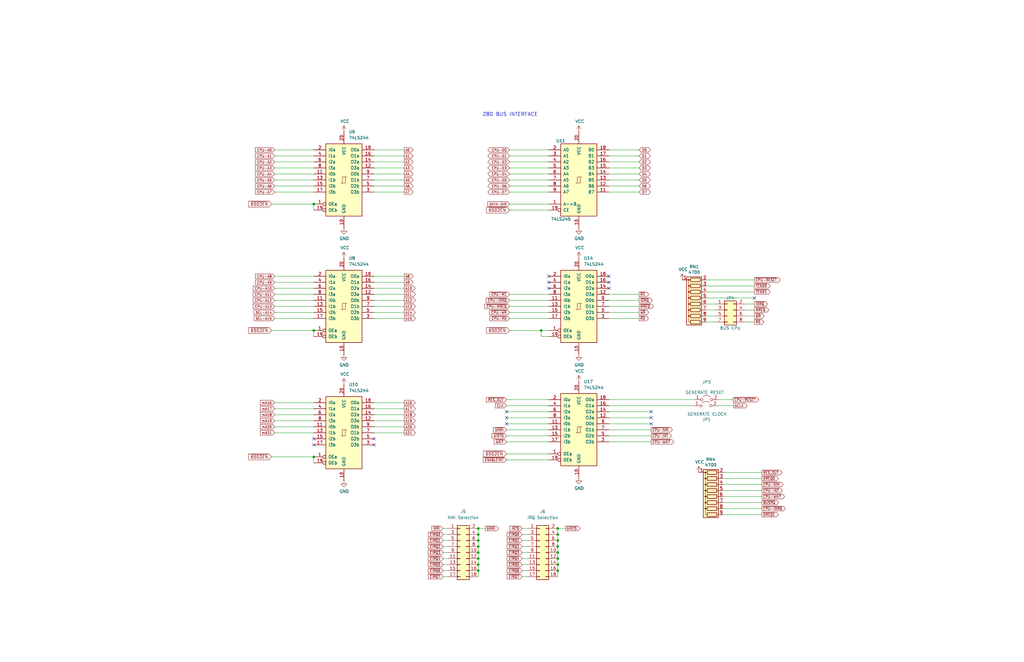
<source format=kicad_sch>
(kicad_sch (version 20211123) (generator eeschema)

  (uuid 86711b3b-1535-4bc5-89de-0c3ad8a96919)

  (paper "B")

  (title_block
    (title "Duodyne 6502 CPU board")
    (date "2025-04-26")
    (rev "V0.9")
  )

  (lib_symbols
    (symbol "74xx:74LS244" (pin_names (offset 1.016)) (in_bom yes) (on_board yes)
      (property "Reference" "U" (id 0) (at -7.62 16.51 0)
        (effects (font (size 1.27 1.27)))
      )
      (property "Value" "74LS244" (id 1) (at -7.62 -16.51 0)
        (effects (font (size 1.27 1.27)))
      )
      (property "Footprint" "" (id 2) (at 0 0 0)
        (effects (font (size 1.27 1.27)) hide)
      )
      (property "Datasheet" "http://www.ti.com/lit/ds/symlink/sn74ls244.pdf" (id 3) (at 0 0 0)
        (effects (font (size 1.27 1.27)) hide)
      )
      (property "ki_keywords" "7400 logic ttl low power schottky" (id 4) (at 0 0 0)
        (effects (font (size 1.27 1.27)) hide)
      )
      (property "ki_description" "Octal Buffer and Line Driver With 3-State Output, active-low enables, non-inverting outputs" (id 5) (at 0 0 0)
        (effects (font (size 1.27 1.27)) hide)
      )
      (property "ki_fp_filters" "DIP?20*" (id 6) (at 0 0 0)
        (effects (font (size 1.27 1.27)) hide)
      )
      (symbol "74LS244_1_0"
        (polyline
          (pts
            (xy -0.635 -1.27)
            (xy -0.635 1.27)
            (xy 0.635 1.27)
          )
          (stroke (width 0) (type default) (color 0 0 0 0))
          (fill (type none))
        )
        (polyline
          (pts
            (xy -1.27 -1.27)
            (xy 0.635 -1.27)
            (xy 0.635 1.27)
            (xy 1.27 1.27)
          )
          (stroke (width 0) (type default) (color 0 0 0 0))
          (fill (type none))
        )
        (pin input inverted (at -12.7 -10.16 0) (length 5.08)
          (name "OEa" (effects (font (size 1.27 1.27))))
          (number "1" (effects (font (size 1.27 1.27))))
        )
        (pin power_in line (at 0 -20.32 90) (length 5.08)
          (name "GND" (effects (font (size 1.27 1.27))))
          (number "10" (effects (font (size 1.27 1.27))))
        )
        (pin input line (at -12.7 2.54 0) (length 5.08)
          (name "I0b" (effects (font (size 1.27 1.27))))
          (number "11" (effects (font (size 1.27 1.27))))
        )
        (pin tri_state line (at 12.7 5.08 180) (length 5.08)
          (name "O3a" (effects (font (size 1.27 1.27))))
          (number "12" (effects (font (size 1.27 1.27))))
        )
        (pin input line (at -12.7 0 0) (length 5.08)
          (name "I1b" (effects (font (size 1.27 1.27))))
          (number "13" (effects (font (size 1.27 1.27))))
        )
        (pin tri_state line (at 12.7 7.62 180) (length 5.08)
          (name "O2a" (effects (font (size 1.27 1.27))))
          (number "14" (effects (font (size 1.27 1.27))))
        )
        (pin input line (at -12.7 -2.54 0) (length 5.08)
          (name "I2b" (effects (font (size 1.27 1.27))))
          (number "15" (effects (font (size 1.27 1.27))))
        )
        (pin tri_state line (at 12.7 10.16 180) (length 5.08)
          (name "O1a" (effects (font (size 1.27 1.27))))
          (number "16" (effects (font (size 1.27 1.27))))
        )
        (pin input line (at -12.7 -5.08 0) (length 5.08)
          (name "I3b" (effects (font (size 1.27 1.27))))
          (number "17" (effects (font (size 1.27 1.27))))
        )
        (pin tri_state line (at 12.7 12.7 180) (length 5.08)
          (name "O0a" (effects (font (size 1.27 1.27))))
          (number "18" (effects (font (size 1.27 1.27))))
        )
        (pin input inverted (at -12.7 -12.7 0) (length 5.08)
          (name "OEb" (effects (font (size 1.27 1.27))))
          (number "19" (effects (font (size 1.27 1.27))))
        )
        (pin input line (at -12.7 12.7 0) (length 5.08)
          (name "I0a" (effects (font (size 1.27 1.27))))
          (number "2" (effects (font (size 1.27 1.27))))
        )
        (pin power_in line (at 0 20.32 270) (length 5.08)
          (name "VCC" (effects (font (size 1.27 1.27))))
          (number "20" (effects (font (size 1.27 1.27))))
        )
        (pin tri_state line (at 12.7 -5.08 180) (length 5.08)
          (name "O3b" (effects (font (size 1.27 1.27))))
          (number "3" (effects (font (size 1.27 1.27))))
        )
        (pin input line (at -12.7 10.16 0) (length 5.08)
          (name "I1a" (effects (font (size 1.27 1.27))))
          (number "4" (effects (font (size 1.27 1.27))))
        )
        (pin tri_state line (at 12.7 -2.54 180) (length 5.08)
          (name "O2b" (effects (font (size 1.27 1.27))))
          (number "5" (effects (font (size 1.27 1.27))))
        )
        (pin input line (at -12.7 7.62 0) (length 5.08)
          (name "I2a" (effects (font (size 1.27 1.27))))
          (number "6" (effects (font (size 1.27 1.27))))
        )
        (pin tri_state line (at 12.7 0 180) (length 5.08)
          (name "O1b" (effects (font (size 1.27 1.27))))
          (number "7" (effects (font (size 1.27 1.27))))
        )
        (pin input line (at -12.7 5.08 0) (length 5.08)
          (name "I3a" (effects (font (size 1.27 1.27))))
          (number "8" (effects (font (size 1.27 1.27))))
        )
        (pin tri_state line (at 12.7 2.54 180) (length 5.08)
          (name "O0b" (effects (font (size 1.27 1.27))))
          (number "9" (effects (font (size 1.27 1.27))))
        )
      )
      (symbol "74LS244_1_1"
        (rectangle (start -7.62 15.24) (end 7.62 -15.24)
          (stroke (width 0.254) (type default) (color 0 0 0 0))
          (fill (type background))
        )
      )
    )
    (symbol "74xx:74LS245" (pin_names (offset 1.016)) (in_bom yes) (on_board yes)
      (property "Reference" "U" (id 0) (at -7.62 16.51 0)
        (effects (font (size 1.27 1.27)))
      )
      (property "Value" "74LS245" (id 1) (at -7.62 -16.51 0)
        (effects (font (size 1.27 1.27)))
      )
      (property "Footprint" "" (id 2) (at 0 0 0)
        (effects (font (size 1.27 1.27)) hide)
      )
      (property "Datasheet" "http://www.ti.com/lit/gpn/sn74LS245" (id 3) (at 0 0 0)
        (effects (font (size 1.27 1.27)) hide)
      )
      (property "ki_locked" "" (id 4) (at 0 0 0)
        (effects (font (size 1.27 1.27)))
      )
      (property "ki_keywords" "TTL BUS 3State" (id 5) (at 0 0 0)
        (effects (font (size 1.27 1.27)) hide)
      )
      (property "ki_description" "Octal BUS Transceivers, 3-State outputs" (id 6) (at 0 0 0)
        (effects (font (size 1.27 1.27)) hide)
      )
      (property "ki_fp_filters" "DIP?20*" (id 7) (at 0 0 0)
        (effects (font (size 1.27 1.27)) hide)
      )
      (symbol "74LS245_1_0"
        (polyline
          (pts
            (xy -0.635 -1.27)
            (xy -0.635 1.27)
            (xy 0.635 1.27)
          )
          (stroke (width 0) (type default) (color 0 0 0 0))
          (fill (type none))
        )
        (polyline
          (pts
            (xy -1.27 -1.27)
            (xy 0.635 -1.27)
            (xy 0.635 1.27)
            (xy 1.27 1.27)
          )
          (stroke (width 0) (type default) (color 0 0 0 0))
          (fill (type none))
        )
        (pin input line (at -12.7 -10.16 0) (length 5.08)
          (name "A->B" (effects (font (size 1.27 1.27))))
          (number "1" (effects (font (size 1.27 1.27))))
        )
        (pin power_in line (at 0 -20.32 90) (length 5.08)
          (name "GND" (effects (font (size 1.27 1.27))))
          (number "10" (effects (font (size 1.27 1.27))))
        )
        (pin tri_state line (at 12.7 -5.08 180) (length 5.08)
          (name "B7" (effects (font (size 1.27 1.27))))
          (number "11" (effects (font (size 1.27 1.27))))
        )
        (pin tri_state line (at 12.7 -2.54 180) (length 5.08)
          (name "B6" (effects (font (size 1.27 1.27))))
          (number "12" (effects (font (size 1.27 1.27))))
        )
        (pin tri_state line (at 12.7 0 180) (length 5.08)
          (name "B5" (effects (font (size 1.27 1.27))))
          (number "13" (effects (font (size 1.27 1.27))))
        )
        (pin tri_state line (at 12.7 2.54 180) (length 5.08)
          (name "B4" (effects (font (size 1.27 1.27))))
          (number "14" (effects (font (size 1.27 1.27))))
        )
        (pin tri_state line (at 12.7 5.08 180) (length 5.08)
          (name "B3" (effects (font (size 1.27 1.27))))
          (number "15" (effects (font (size 1.27 1.27))))
        )
        (pin tri_state line (at 12.7 7.62 180) (length 5.08)
          (name "B2" (effects (font (size 1.27 1.27))))
          (number "16" (effects (font (size 1.27 1.27))))
        )
        (pin tri_state line (at 12.7 10.16 180) (length 5.08)
          (name "B1" (effects (font (size 1.27 1.27))))
          (number "17" (effects (font (size 1.27 1.27))))
        )
        (pin tri_state line (at 12.7 12.7 180) (length 5.08)
          (name "B0" (effects (font (size 1.27 1.27))))
          (number "18" (effects (font (size 1.27 1.27))))
        )
        (pin input inverted (at -12.7 -12.7 0) (length 5.08)
          (name "CE" (effects (font (size 1.27 1.27))))
          (number "19" (effects (font (size 1.27 1.27))))
        )
        (pin tri_state line (at -12.7 12.7 0) (length 5.08)
          (name "A0" (effects (font (size 1.27 1.27))))
          (number "2" (effects (font (size 1.27 1.27))))
        )
        (pin power_in line (at 0 20.32 270) (length 5.08)
          (name "VCC" (effects (font (size 1.27 1.27))))
          (number "20" (effects (font (size 1.27 1.27))))
        )
        (pin tri_state line (at -12.7 10.16 0) (length 5.08)
          (name "A1" (effects (font (size 1.27 1.27))))
          (number "3" (effects (font (size 1.27 1.27))))
        )
        (pin tri_state line (at -12.7 7.62 0) (length 5.08)
          (name "A2" (effects (font (size 1.27 1.27))))
          (number "4" (effects (font (size 1.27 1.27))))
        )
        (pin tri_state line (at -12.7 5.08 0) (length 5.08)
          (name "A3" (effects (font (size 1.27 1.27))))
          (number "5" (effects (font (size 1.27 1.27))))
        )
        (pin tri_state line (at -12.7 2.54 0) (length 5.08)
          (name "A4" (effects (font (size 1.27 1.27))))
          (number "6" (effects (font (size 1.27 1.27))))
        )
        (pin tri_state line (at -12.7 0 0) (length 5.08)
          (name "A5" (effects (font (size 1.27 1.27))))
          (number "7" (effects (font (size 1.27 1.27))))
        )
        (pin tri_state line (at -12.7 -2.54 0) (length 5.08)
          (name "A6" (effects (font (size 1.27 1.27))))
          (number "8" (effects (font (size 1.27 1.27))))
        )
        (pin tri_state line (at -12.7 -5.08 0) (length 5.08)
          (name "A7" (effects (font (size 1.27 1.27))))
          (number "9" (effects (font (size 1.27 1.27))))
        )
      )
      (symbol "74LS245_1_1"
        (rectangle (start -7.62 15.24) (end 7.62 -15.24)
          (stroke (width 0.254) (type default) (color 0 0 0 0))
          (fill (type background))
        )
      )
    )
    (symbol "Connector_Generic:Conn_02x04_Odd_Even" (pin_names (offset 1.016) hide) (in_bom yes) (on_board yes)
      (property "Reference" "J" (id 0) (at 1.27 5.08 0)
        (effects (font (size 1.27 1.27)))
      )
      (property "Value" "Conn_02x04_Odd_Even" (id 1) (at 1.27 -7.62 0)
        (effects (font (size 1.27 1.27)))
      )
      (property "Footprint" "" (id 2) (at 0 0 0)
        (effects (font (size 1.27 1.27)) hide)
      )
      (property "Datasheet" "~" (id 3) (at 0 0 0)
        (effects (font (size 1.27 1.27)) hide)
      )
      (property "ki_keywords" "connector" (id 4) (at 0 0 0)
        (effects (font (size 1.27 1.27)) hide)
      )
      (property "ki_description" "Generic connector, double row, 02x04, odd/even pin numbering scheme (row 1 odd numbers, row 2 even numbers), script generated (kicad-library-utils/schlib/autogen/connector/)" (id 5) (at 0 0 0)
        (effects (font (size 1.27 1.27)) hide)
      )
      (property "ki_fp_filters" "Connector*:*_2x??_*" (id 6) (at 0 0 0)
        (effects (font (size 1.27 1.27)) hide)
      )
      (symbol "Conn_02x04_Odd_Even_1_1"
        (rectangle (start -1.27 -4.953) (end 0 -5.207)
          (stroke (width 0.1524) (type default) (color 0 0 0 0))
          (fill (type none))
        )
        (rectangle (start -1.27 -2.413) (end 0 -2.667)
          (stroke (width 0.1524) (type default) (color 0 0 0 0))
          (fill (type none))
        )
        (rectangle (start -1.27 0.127) (end 0 -0.127)
          (stroke (width 0.1524) (type default) (color 0 0 0 0))
          (fill (type none))
        )
        (rectangle (start -1.27 2.667) (end 0 2.413)
          (stroke (width 0.1524) (type default) (color 0 0 0 0))
          (fill (type none))
        )
        (rectangle (start -1.27 3.81) (end 3.81 -6.35)
          (stroke (width 0.254) (type default) (color 0 0 0 0))
          (fill (type background))
        )
        (rectangle (start 3.81 -4.953) (end 2.54 -5.207)
          (stroke (width 0.1524) (type default) (color 0 0 0 0))
          (fill (type none))
        )
        (rectangle (start 3.81 -2.413) (end 2.54 -2.667)
          (stroke (width 0.1524) (type default) (color 0 0 0 0))
          (fill (type none))
        )
        (rectangle (start 3.81 0.127) (end 2.54 -0.127)
          (stroke (width 0.1524) (type default) (color 0 0 0 0))
          (fill (type none))
        )
        (rectangle (start 3.81 2.667) (end 2.54 2.413)
          (stroke (width 0.1524) (type default) (color 0 0 0 0))
          (fill (type none))
        )
        (pin passive line (at -5.08 2.54 0) (length 3.81)
          (name "Pin_1" (effects (font (size 1.27 1.27))))
          (number "1" (effects (font (size 1.27 1.27))))
        )
        (pin passive line (at 7.62 2.54 180) (length 3.81)
          (name "Pin_2" (effects (font (size 1.27 1.27))))
          (number "2" (effects (font (size 1.27 1.27))))
        )
        (pin passive line (at -5.08 0 0) (length 3.81)
          (name "Pin_3" (effects (font (size 1.27 1.27))))
          (number "3" (effects (font (size 1.27 1.27))))
        )
        (pin passive line (at 7.62 0 180) (length 3.81)
          (name "Pin_4" (effects (font (size 1.27 1.27))))
          (number "4" (effects (font (size 1.27 1.27))))
        )
        (pin passive line (at -5.08 -2.54 0) (length 3.81)
          (name "Pin_5" (effects (font (size 1.27 1.27))))
          (number "5" (effects (font (size 1.27 1.27))))
        )
        (pin passive line (at 7.62 -2.54 180) (length 3.81)
          (name "Pin_6" (effects (font (size 1.27 1.27))))
          (number "6" (effects (font (size 1.27 1.27))))
        )
        (pin passive line (at -5.08 -5.08 0) (length 3.81)
          (name "Pin_7" (effects (font (size 1.27 1.27))))
          (number "7" (effects (font (size 1.27 1.27))))
        )
        (pin passive line (at 7.62 -5.08 180) (length 3.81)
          (name "Pin_8" (effects (font (size 1.27 1.27))))
          (number "8" (effects (font (size 1.27 1.27))))
        )
      )
    )
    (symbol "Connector_Generic:Conn_02x09_Odd_Even" (pin_names (offset 1.016) hide) (in_bom yes) (on_board yes)
      (property "Reference" "J" (id 0) (at 1.27 12.7 0)
        (effects (font (size 1.27 1.27)))
      )
      (property "Value" "Conn_02x09_Odd_Even" (id 1) (at 1.27 -12.7 0)
        (effects (font (size 1.27 1.27)))
      )
      (property "Footprint" "" (id 2) (at 0 0 0)
        (effects (font (size 1.27 1.27)) hide)
      )
      (property "Datasheet" "~" (id 3) (at 0 0 0)
        (effects (font (size 1.27 1.27)) hide)
      )
      (property "ki_keywords" "connector" (id 4) (at 0 0 0)
        (effects (font (size 1.27 1.27)) hide)
      )
      (property "ki_description" "Generic connector, double row, 02x09, odd/even pin numbering scheme (row 1 odd numbers, row 2 even numbers), script generated (kicad-library-utils/schlib/autogen/connector/)" (id 5) (at 0 0 0)
        (effects (font (size 1.27 1.27)) hide)
      )
      (property "ki_fp_filters" "Connector*:*_2x??_*" (id 6) (at 0 0 0)
        (effects (font (size 1.27 1.27)) hide)
      )
      (symbol "Conn_02x09_Odd_Even_1_1"
        (rectangle (start -1.27 -10.033) (end 0 -10.287)
          (stroke (width 0.1524) (type default) (color 0 0 0 0))
          (fill (type none))
        )
        (rectangle (start -1.27 -7.493) (end 0 -7.747)
          (stroke (width 0.1524) (type default) (color 0 0 0 0))
          (fill (type none))
        )
        (rectangle (start -1.27 -4.953) (end 0 -5.207)
          (stroke (width 0.1524) (type default) (color 0 0 0 0))
          (fill (type none))
        )
        (rectangle (start -1.27 -2.413) (end 0 -2.667)
          (stroke (width 0.1524) (type default) (color 0 0 0 0))
          (fill (type none))
        )
        (rectangle (start -1.27 0.127) (end 0 -0.127)
          (stroke (width 0.1524) (type default) (color 0 0 0 0))
          (fill (type none))
        )
        (rectangle (start -1.27 2.667) (end 0 2.413)
          (stroke (width 0.1524) (type default) (color 0 0 0 0))
          (fill (type none))
        )
        (rectangle (start -1.27 5.207) (end 0 4.953)
          (stroke (width 0.1524) (type default) (color 0 0 0 0))
          (fill (type none))
        )
        (rectangle (start -1.27 7.747) (end 0 7.493)
          (stroke (width 0.1524) (type default) (color 0 0 0 0))
          (fill (type none))
        )
        (rectangle (start -1.27 10.287) (end 0 10.033)
          (stroke (width 0.1524) (type default) (color 0 0 0 0))
          (fill (type none))
        )
        (rectangle (start -1.27 11.43) (end 3.81 -11.43)
          (stroke (width 0.254) (type default) (color 0 0 0 0))
          (fill (type background))
        )
        (rectangle (start 3.81 -10.033) (end 2.54 -10.287)
          (stroke (width 0.1524) (type default) (color 0 0 0 0))
          (fill (type none))
        )
        (rectangle (start 3.81 -7.493) (end 2.54 -7.747)
          (stroke (width 0.1524) (type default) (color 0 0 0 0))
          (fill (type none))
        )
        (rectangle (start 3.81 -4.953) (end 2.54 -5.207)
          (stroke (width 0.1524) (type default) (color 0 0 0 0))
          (fill (type none))
        )
        (rectangle (start 3.81 -2.413) (end 2.54 -2.667)
          (stroke (width 0.1524) (type default) (color 0 0 0 0))
          (fill (type none))
        )
        (rectangle (start 3.81 0.127) (end 2.54 -0.127)
          (stroke (width 0.1524) (type default) (color 0 0 0 0))
          (fill (type none))
        )
        (rectangle (start 3.81 2.667) (end 2.54 2.413)
          (stroke (width 0.1524) (type default) (color 0 0 0 0))
          (fill (type none))
        )
        (rectangle (start 3.81 5.207) (end 2.54 4.953)
          (stroke (width 0.1524) (type default) (color 0 0 0 0))
          (fill (type none))
        )
        (rectangle (start 3.81 7.747) (end 2.54 7.493)
          (stroke (width 0.1524) (type default) (color 0 0 0 0))
          (fill (type none))
        )
        (rectangle (start 3.81 10.287) (end 2.54 10.033)
          (stroke (width 0.1524) (type default) (color 0 0 0 0))
          (fill (type none))
        )
        (pin passive line (at -5.08 10.16 0) (length 3.81)
          (name "Pin_1" (effects (font (size 1.27 1.27))))
          (number "1" (effects (font (size 1.27 1.27))))
        )
        (pin passive line (at 7.62 0 180) (length 3.81)
          (name "Pin_10" (effects (font (size 1.27 1.27))))
          (number "10" (effects (font (size 1.27 1.27))))
        )
        (pin passive line (at -5.08 -2.54 0) (length 3.81)
          (name "Pin_11" (effects (font (size 1.27 1.27))))
          (number "11" (effects (font (size 1.27 1.27))))
        )
        (pin passive line (at 7.62 -2.54 180) (length 3.81)
          (name "Pin_12" (effects (font (size 1.27 1.27))))
          (number "12" (effects (font (size 1.27 1.27))))
        )
        (pin passive line (at -5.08 -5.08 0) (length 3.81)
          (name "Pin_13" (effects (font (size 1.27 1.27))))
          (number "13" (effects (font (size 1.27 1.27))))
        )
        (pin passive line (at 7.62 -5.08 180) (length 3.81)
          (name "Pin_14" (effects (font (size 1.27 1.27))))
          (number "14" (effects (font (size 1.27 1.27))))
        )
        (pin passive line (at -5.08 -7.62 0) (length 3.81)
          (name "Pin_15" (effects (font (size 1.27 1.27))))
          (number "15" (effects (font (size 1.27 1.27))))
        )
        (pin passive line (at 7.62 -7.62 180) (length 3.81)
          (name "Pin_16" (effects (font (size 1.27 1.27))))
          (number "16" (effects (font (size 1.27 1.27))))
        )
        (pin passive line (at -5.08 -10.16 0) (length 3.81)
          (name "Pin_17" (effects (font (size 1.27 1.27))))
          (number "17" (effects (font (size 1.27 1.27))))
        )
        (pin passive line (at 7.62 -10.16 180) (length 3.81)
          (name "Pin_18" (effects (font (size 1.27 1.27))))
          (number "18" (effects (font (size 1.27 1.27))))
        )
        (pin passive line (at 7.62 10.16 180) (length 3.81)
          (name "Pin_2" (effects (font (size 1.27 1.27))))
          (number "2" (effects (font (size 1.27 1.27))))
        )
        (pin passive line (at -5.08 7.62 0) (length 3.81)
          (name "Pin_3" (effects (font (size 1.27 1.27))))
          (number "3" (effects (font (size 1.27 1.27))))
        )
        (pin passive line (at 7.62 7.62 180) (length 3.81)
          (name "Pin_4" (effects (font (size 1.27 1.27))))
          (number "4" (effects (font (size 1.27 1.27))))
        )
        (pin passive line (at -5.08 5.08 0) (length 3.81)
          (name "Pin_5" (effects (font (size 1.27 1.27))))
          (number "5" (effects (font (size 1.27 1.27))))
        )
        (pin passive line (at 7.62 5.08 180) (length 3.81)
          (name "Pin_6" (effects (font (size 1.27 1.27))))
          (number "6" (effects (font (size 1.27 1.27))))
        )
        (pin passive line (at -5.08 2.54 0) (length 3.81)
          (name "Pin_7" (effects (font (size 1.27 1.27))))
          (number "7" (effects (font (size 1.27 1.27))))
        )
        (pin passive line (at 7.62 2.54 180) (length 3.81)
          (name "Pin_8" (effects (font (size 1.27 1.27))))
          (number "8" (effects (font (size 1.27 1.27))))
        )
        (pin passive line (at -5.08 0 0) (length 3.81)
          (name "Pin_9" (effects (font (size 1.27 1.27))))
          (number "9" (effects (font (size 1.27 1.27))))
        )
      )
    )
    (symbol "Device:R_Network08" (pin_names (offset 0) hide) (in_bom yes) (on_board yes)
      (property "Reference" "RN" (id 0) (at -12.7 0 90)
        (effects (font (size 1.27 1.27)))
      )
      (property "Value" "R_Network08" (id 1) (at 10.16 0 90)
        (effects (font (size 1.27 1.27)))
      )
      (property "Footprint" "Resistor_THT:R_Array_SIP9" (id 2) (at 12.065 0 90)
        (effects (font (size 1.27 1.27)) hide)
      )
      (property "Datasheet" "http://www.vishay.com/docs/31509/csc.pdf" (id 3) (at 0 0 0)
        (effects (font (size 1.27 1.27)) hide)
      )
      (property "ki_keywords" "R network star-topology" (id 4) (at 0 0 0)
        (effects (font (size 1.27 1.27)) hide)
      )
      (property "ki_description" "8 resistor network, star topology, bussed resistors, small symbol" (id 5) (at 0 0 0)
        (effects (font (size 1.27 1.27)) hide)
      )
      (property "ki_fp_filters" "R?Array?SIP*" (id 6) (at 0 0 0)
        (effects (font (size 1.27 1.27)) hide)
      )
      (symbol "R_Network08_0_1"
        (rectangle (start -11.43 -3.175) (end 8.89 3.175)
          (stroke (width 0.254) (type default) (color 0 0 0 0))
          (fill (type background))
        )
        (rectangle (start -10.922 1.524) (end -9.398 -2.54)
          (stroke (width 0.254) (type default) (color 0 0 0 0))
          (fill (type none))
        )
        (circle (center -10.16 2.286) (radius 0.254)
          (stroke (width 0) (type default) (color 0 0 0 0))
          (fill (type outline))
        )
        (rectangle (start -8.382 1.524) (end -6.858 -2.54)
          (stroke (width 0.254) (type default) (color 0 0 0 0))
          (fill (type none))
        )
        (circle (center -7.62 2.286) (radius 0.254)
          (stroke (width 0) (type default) (color 0 0 0 0))
          (fill (type outline))
        )
        (rectangle (start -5.842 1.524) (end -4.318 -2.54)
          (stroke (width 0.254) (type default) (color 0 0 0 0))
          (fill (type none))
        )
        (circle (center -5.08 2.286) (radius 0.254)
          (stroke (width 0) (type default) (color 0 0 0 0))
          (fill (type outline))
        )
        (rectangle (start -3.302 1.524) (end -1.778 -2.54)
          (stroke (width 0.254) (type default) (color 0 0 0 0))
          (fill (type none))
        )
        (circle (center -2.54 2.286) (radius 0.254)
          (stroke (width 0) (type default) (color 0 0 0 0))
          (fill (type outline))
        )
        (rectangle (start -0.762 1.524) (end 0.762 -2.54)
          (stroke (width 0.254) (type default) (color 0 0 0 0))
          (fill (type none))
        )
        (polyline
          (pts
            (xy -10.16 -2.54)
            (xy -10.16 -3.81)
          )
          (stroke (width 0) (type default) (color 0 0 0 0))
          (fill (type none))
        )
        (polyline
          (pts
            (xy -7.62 -2.54)
            (xy -7.62 -3.81)
          )
          (stroke (width 0) (type default) (color 0 0 0 0))
          (fill (type none))
        )
        (polyline
          (pts
            (xy -5.08 -2.54)
            (xy -5.08 -3.81)
          )
          (stroke (width 0) (type default) (color 0 0 0 0))
          (fill (type none))
        )
        (polyline
          (pts
            (xy -2.54 -2.54)
            (xy -2.54 -3.81)
          )
          (stroke (width 0) (type default) (color 0 0 0 0))
          (fill (type none))
        )
        (polyline
          (pts
            (xy 0 -2.54)
            (xy 0 -3.81)
          )
          (stroke (width 0) (type default) (color 0 0 0 0))
          (fill (type none))
        )
        (polyline
          (pts
            (xy 2.54 -2.54)
            (xy 2.54 -3.81)
          )
          (stroke (width 0) (type default) (color 0 0 0 0))
          (fill (type none))
        )
        (polyline
          (pts
            (xy 5.08 -2.54)
            (xy 5.08 -3.81)
          )
          (stroke (width 0) (type default) (color 0 0 0 0))
          (fill (type none))
        )
        (polyline
          (pts
            (xy 7.62 -2.54)
            (xy 7.62 -3.81)
          )
          (stroke (width 0) (type default) (color 0 0 0 0))
          (fill (type none))
        )
        (polyline
          (pts
            (xy -10.16 1.524)
            (xy -10.16 2.286)
            (xy -7.62 2.286)
            (xy -7.62 1.524)
          )
          (stroke (width 0) (type default) (color 0 0 0 0))
          (fill (type none))
        )
        (polyline
          (pts
            (xy -7.62 1.524)
            (xy -7.62 2.286)
            (xy -5.08 2.286)
            (xy -5.08 1.524)
          )
          (stroke (width 0) (type default) (color 0 0 0 0))
          (fill (type none))
        )
        (polyline
          (pts
            (xy -5.08 1.524)
            (xy -5.08 2.286)
            (xy -2.54 2.286)
            (xy -2.54 1.524)
          )
          (stroke (width 0) (type default) (color 0 0 0 0))
          (fill (type none))
        )
        (polyline
          (pts
            (xy -2.54 1.524)
            (xy -2.54 2.286)
            (xy 0 2.286)
            (xy 0 1.524)
          )
          (stroke (width 0) (type default) (color 0 0 0 0))
          (fill (type none))
        )
        (polyline
          (pts
            (xy 0 1.524)
            (xy 0 2.286)
            (xy 2.54 2.286)
            (xy 2.54 1.524)
          )
          (stroke (width 0) (type default) (color 0 0 0 0))
          (fill (type none))
        )
        (polyline
          (pts
            (xy 2.54 1.524)
            (xy 2.54 2.286)
            (xy 5.08 2.286)
            (xy 5.08 1.524)
          )
          (stroke (width 0) (type default) (color 0 0 0 0))
          (fill (type none))
        )
        (polyline
          (pts
            (xy 5.08 1.524)
            (xy 5.08 2.286)
            (xy 7.62 2.286)
            (xy 7.62 1.524)
          )
          (stroke (width 0) (type default) (color 0 0 0 0))
          (fill (type none))
        )
        (circle (center 0 2.286) (radius 0.254)
          (stroke (width 0) (type default) (color 0 0 0 0))
          (fill (type outline))
        )
        (rectangle (start 1.778 1.524) (end 3.302 -2.54)
          (stroke (width 0.254) (type default) (color 0 0 0 0))
          (fill (type none))
        )
        (circle (center 2.54 2.286) (radius 0.254)
          (stroke (width 0) (type default) (color 0 0 0 0))
          (fill (type outline))
        )
        (rectangle (start 4.318 1.524) (end 5.842 -2.54)
          (stroke (width 0.254) (type default) (color 0 0 0 0))
          (fill (type none))
        )
        (circle (center 5.08 2.286) (radius 0.254)
          (stroke (width 0) (type default) (color 0 0 0 0))
          (fill (type outline))
        )
        (rectangle (start 6.858 1.524) (end 8.382 -2.54)
          (stroke (width 0.254) (type default) (color 0 0 0 0))
          (fill (type none))
        )
      )
      (symbol "R_Network08_1_1"
        (pin passive line (at -10.16 5.08 270) (length 2.54)
          (name "common" (effects (font (size 1.27 1.27))))
          (number "1" (effects (font (size 1.27 1.27))))
        )
        (pin passive line (at -10.16 -5.08 90) (length 1.27)
          (name "R1" (effects (font (size 1.27 1.27))))
          (number "2" (effects (font (size 1.27 1.27))))
        )
        (pin passive line (at -7.62 -5.08 90) (length 1.27)
          (name "R2" (effects (font (size 1.27 1.27))))
          (number "3" (effects (font (size 1.27 1.27))))
        )
        (pin passive line (at -5.08 -5.08 90) (length 1.27)
          (name "R3" (effects (font (size 1.27 1.27))))
          (number "4" (effects (font (size 1.27 1.27))))
        )
        (pin passive line (at -2.54 -5.08 90) (length 1.27)
          (name "R4" (effects (font (size 1.27 1.27))))
          (number "5" (effects (font (size 1.27 1.27))))
        )
        (pin passive line (at 0 -5.08 90) (length 1.27)
          (name "R5" (effects (font (size 1.27 1.27))))
          (number "6" (effects (font (size 1.27 1.27))))
        )
        (pin passive line (at 2.54 -5.08 90) (length 1.27)
          (name "R6" (effects (font (size 1.27 1.27))))
          (number "7" (effects (font (size 1.27 1.27))))
        )
        (pin passive line (at 5.08 -5.08 90) (length 1.27)
          (name "R7" (effects (font (size 1.27 1.27))))
          (number "8" (effects (font (size 1.27 1.27))))
        )
        (pin passive line (at 7.62 -5.08 90) (length 1.27)
          (name "R8" (effects (font (size 1.27 1.27))))
          (number "9" (effects (font (size 1.27 1.27))))
        )
      )
    )
    (symbol "Jumper:Jumper_2_Open" (pin_names (offset 0) hide) (in_bom yes) (on_board yes)
      (property "Reference" "JP" (id 0) (at 0 2.794 0)
        (effects (font (size 1.27 1.27)))
      )
      (property "Value" "Jumper_2_Open" (id 1) (at 0 -2.286 0)
        (effects (font (size 1.27 1.27)))
      )
      (property "Footprint" "" (id 2) (at 0 0 0)
        (effects (font (size 1.27 1.27)) hide)
      )
      (property "Datasheet" "~" (id 3) (at 0 0 0)
        (effects (font (size 1.27 1.27)) hide)
      )
      (property "ki_keywords" "Jumper SPST" (id 4) (at 0 0 0)
        (effects (font (size 1.27 1.27)) hide)
      )
      (property "ki_description" "Jumper, 2-pole, open" (id 5) (at 0 0 0)
        (effects (font (size 1.27 1.27)) hide)
      )
      (property "ki_fp_filters" "Jumper* TestPoint*2Pads* TestPoint*Bridge*" (id 6) (at 0 0 0)
        (effects (font (size 1.27 1.27)) hide)
      )
      (symbol "Jumper_2_Open_0_0"
        (circle (center -2.032 0) (radius 0.508)
          (stroke (width 0) (type default) (color 0 0 0 0))
          (fill (type none))
        )
        (circle (center 2.032 0) (radius 0.508)
          (stroke (width 0) (type default) (color 0 0 0 0))
          (fill (type none))
        )
      )
      (symbol "Jumper_2_Open_0_1"
        (arc (start 1.524 1.27) (mid 0 1.778) (end -1.524 1.27)
          (stroke (width 0) (type default) (color 0 0 0 0))
          (fill (type none))
        )
      )
      (symbol "Jumper_2_Open_1_1"
        (pin passive line (at -5.08 0 0) (length 2.54)
          (name "A" (effects (font (size 1.27 1.27))))
          (number "1" (effects (font (size 1.27 1.27))))
        )
        (pin passive line (at 5.08 0 180) (length 2.54)
          (name "B" (effects (font (size 1.27 1.27))))
          (number "2" (effects (font (size 1.27 1.27))))
        )
      )
    )
    (symbol "power:GND" (power) (pin_names (offset 0)) (in_bom yes) (on_board yes)
      (property "Reference" "#PWR" (id 0) (at 0 -6.35 0)
        (effects (font (size 1.27 1.27)) hide)
      )
      (property "Value" "GND" (id 1) (at 0 -3.81 0)
        (effects (font (size 1.27 1.27)))
      )
      (property "Footprint" "" (id 2) (at 0 0 0)
        (effects (font (size 1.27 1.27)) hide)
      )
      (property "Datasheet" "" (id 3) (at 0 0 0)
        (effects (font (size 1.27 1.27)) hide)
      )
      (property "ki_keywords" "global power" (id 4) (at 0 0 0)
        (effects (font (size 1.27 1.27)) hide)
      )
      (property "ki_description" "Power symbol creates a global label with name \"GND\" , ground" (id 5) (at 0 0 0)
        (effects (font (size 1.27 1.27)) hide)
      )
      (symbol "GND_0_1"
        (polyline
          (pts
            (xy 0 0)
            (xy 0 -1.27)
            (xy 1.27 -1.27)
            (xy 0 -2.54)
            (xy -1.27 -1.27)
            (xy 0 -1.27)
          )
          (stroke (width 0) (type default) (color 0 0 0 0))
          (fill (type none))
        )
      )
      (symbol "GND_1_1"
        (pin power_in line (at 0 0 270) (length 0) hide
          (name "GND" (effects (font (size 1.27 1.27))))
          (number "1" (effects (font (size 1.27 1.27))))
        )
      )
    )
    (symbol "power:VCC" (power) (pin_names (offset 0)) (in_bom yes) (on_board yes)
      (property "Reference" "#PWR" (id 0) (at 0 -3.81 0)
        (effects (font (size 1.27 1.27)) hide)
      )
      (property "Value" "VCC" (id 1) (at 0 3.81 0)
        (effects (font (size 1.27 1.27)))
      )
      (property "Footprint" "" (id 2) (at 0 0 0)
        (effects (font (size 1.27 1.27)) hide)
      )
      (property "Datasheet" "" (id 3) (at 0 0 0)
        (effects (font (size 1.27 1.27)) hide)
      )
      (property "ki_keywords" "global power" (id 4) (at 0 0 0)
        (effects (font (size 1.27 1.27)) hide)
      )
      (property "ki_description" "Power symbol creates a global label with name \"VCC\"" (id 5) (at 0 0 0)
        (effects (font (size 1.27 1.27)) hide)
      )
      (symbol "VCC_0_1"
        (polyline
          (pts
            (xy -0.762 1.27)
            (xy 0 2.54)
          )
          (stroke (width 0) (type default) (color 0 0 0 0))
          (fill (type none))
        )
        (polyline
          (pts
            (xy 0 0)
            (xy 0 2.54)
          )
          (stroke (width 0) (type default) (color 0 0 0 0))
          (fill (type none))
        )
        (polyline
          (pts
            (xy 0 2.54)
            (xy 0.762 1.27)
          )
          (stroke (width 0) (type default) (color 0 0 0 0))
          (fill (type none))
        )
      )
      (symbol "VCC_1_1"
        (pin power_in line (at 0 0 90) (length 0) hide
          (name "VCC" (effects (font (size 1.27 1.27))))
          (number "1" (effects (font (size 1.27 1.27))))
        )
      )
    )
  )

  (junction (at 201.676 238.252) (diameter 0) (color 0 0 0 0)
    (uuid 0567c8d8-f10d-4d2a-8293-cda246bc989f)
  )
  (junction (at 235.204 240.792) (diameter 0) (color 0 0 0 0)
    (uuid 0bb7968a-962b-42b8-8543-02f4b1c158f3)
  )
  (junction (at 201.676 240.792) (diameter 0) (color 0 0 0 0)
    (uuid 1945ea86-12c7-4eb3-b245-d74ff481cff0)
  )
  (junction (at 235.204 238.252) (diameter 0) (color 0 0 0 0)
    (uuid 2f606bcb-d5ec-402b-bf8c-d725e5fec55e)
  )
  (junction (at 235.204 233.172) (diameter 0) (color 0 0 0 0)
    (uuid 3cac8acf-ce7e-41a8-be2c-cf3dbe229ce3)
  )
  (junction (at 201.676 230.632) (diameter 0) (color 0 0 0 0)
    (uuid 4e12abd6-1ea5-4119-a1ff-18843bc77fe1)
  )
  (junction (at 132.334 139.446) (diameter 0) (color 0 0 0 0)
    (uuid 6634c72b-baa3-4ef1-8f0f-95b95b912c5d)
  )
  (junction (at 235.204 230.632) (diameter 0) (color 0 0 0 0)
    (uuid 6eaeeedc-d022-4a20-8212-6d36dfa26e61)
  )
  (junction (at 201.676 228.092) (diameter 0) (color 0 0 0 0)
    (uuid 9a9aa474-8faa-4917-b26d-82d1e23bee82)
  )
  (junction (at 201.676 223.012) (diameter 0) (color 0 0 0 0)
    (uuid a2276e28-f496-4877-87b6-47ca9048243b)
  )
  (junction (at 201.676 235.712) (diameter 0) (color 0 0 0 0)
    (uuid a37e0313-782d-4f95-a3ae-e82914fc4261)
  )
  (junction (at 201.676 225.552) (diameter 0) (color 0 0 0 0)
    (uuid bf7e8ba5-4b2a-4a12-9cfb-b093a370a201)
  )
  (junction (at 235.204 228.092) (diameter 0) (color 0 0 0 0)
    (uuid c6dfeede-98c2-4670-bad4-65d1eff9547d)
  )
  (junction (at 132.334 192.786) (diameter 0) (color 0 0 0 0)
    (uuid d062fc28-acf9-4f39-a41e-7dc4d443e4fa)
  )
  (junction (at 228.219 139.446) (diameter 0) (color 0 0 0 0)
    (uuid d9914967-843a-4918-8ef3-eb615f3931b3)
  )
  (junction (at 235.204 235.712) (diameter 0) (color 0 0 0 0)
    (uuid da5061ee-b620-47d3-a13e-0b6d45131954)
  )
  (junction (at 235.204 223.012) (diameter 0) (color 0 0 0 0)
    (uuid ec1d6d49-e924-43d3-935c-61aafbae39df)
  )
  (junction (at 235.204 225.552) (diameter 0) (color 0 0 0 0)
    (uuid efcd44fa-6ecb-413b-bd3b-d33abf899385)
  )
  (junction (at 201.676 233.172) (diameter 0) (color 0 0 0 0)
    (uuid fb6bede5-b564-4821-8baf-495f7c17c294)
  )
  (junction (at 132.334 86.106) (diameter 0) (color 0 0 0 0)
    (uuid fdd26136-e0ce-467e-b421-1123d4dbbcf2)
  )

  (no_connect (at 213.614 178.816) (uuid 0d7e3c5a-76d4-4424-950c-497564d8eaf8))
  (no_connect (at 213.614 173.736) (uuid 0f4dc927-db38-4b9b-865f-aa8660cbf906))
  (no_connect (at 231.394 121.666) (uuid 202f5958-a367-44de-83a4-ab761b6c2e66))
  (no_connect (at 157.734 187.706) (uuid 2ff35cf9-ccce-4d40-94b7-21cae22a522e))
  (no_connect (at 213.614 176.276) (uuid 6a65a766-84bb-4445-a896-f75dca25c5a1))
  (no_connect (at 231.394 116.586) (uuid 7da8e7d4-2ffa-4a25-9c0c-f91fc093209c))
  (no_connect (at 256.794 116.586) (uuid 9329a49d-e208-4e75-9333-26623105a002))
  (no_connect (at 318.135 125.73) (uuid 9e313bad-49c4-4ae8-b908-810fabc885e8))
  (no_connect (at 132.334 185.166) (uuid ab4601b7-48d7-4e1f-9c12-81672325c919))
  (no_connect (at 274.574 176.276) (uuid b412e803-73c7-4fad-aa4e-3f3d15334e21))
  (no_connect (at 274.574 173.736) (uuid be05a41f-2b6f-457b-98b9-0d06734790fe))
  (no_connect (at 256.794 121.666) (uuid c36883d5-907f-4071-b01e-c51b3b01c95b))
  (no_connect (at 274.574 178.816) (uuid dd6b4840-d802-4440-b872-4fbc7066da0e))
  (no_connect (at 157.734 185.166) (uuid ddc571ec-0001-46fc-9c42-561d64ae6ff0))
  (no_connect (at 256.794 119.126) (uuid ef6103cf-a2b4-4ff0-b1de-ecb9061718fc))
  (no_connect (at 231.394 119.126) (uuid efb390ce-3bb2-4771-b8b0-1cd8d7e9c321))
  (no_connect (at 132.334 187.706) (uuid fce8d456-128a-4eda-880a-59c24e4e9b35))

  (wire (pts (xy 213.614 183.896) (xy 231.394 183.896))
    (stroke (width 0) (type default) (color 0 0 0 0))
    (uuid 01a33235-7d9a-4f9a-b277-54a5f093b9de)
  )
  (wire (pts (xy 220.218 233.172) (xy 222.504 233.172))
    (stroke (width 0) (type default) (color 0 0 0 0))
    (uuid 040fa744-b2ae-4b4f-a945-7ea15b30306b)
  )
  (wire (pts (xy 157.734 126.746) (xy 170.434 126.746))
    (stroke (width 0) (type default) (color 0 0 0 0))
    (uuid 0545e37c-15ac-4365-b60b-38561775294a)
  )
  (wire (pts (xy 157.734 134.366) (xy 170.434 134.366))
    (stroke (width 0) (type default) (color 0 0 0 0))
    (uuid 05608540-a249-493e-b095-f3d923e3bb6d)
  )
  (wire (pts (xy 231.394 124.206) (xy 214.884 124.206))
    (stroke (width 0) (type default) (color 0 0 0 0))
    (uuid 0605f971-ed22-4869-9959-1b902ea011e6)
  )
  (wire (pts (xy 235.204 228.092) (xy 235.204 230.632))
    (stroke (width 0) (type default) (color 0 0 0 0))
    (uuid 0932c713-0ed0-48b1-b5e9-3ba81acf7c89)
  )
  (wire (pts (xy 157.734 131.826) (xy 170.434 131.826))
    (stroke (width 0) (type default) (color 0 0 0 0))
    (uuid 09882fb0-0298-4219-bc15-e53b832a371c)
  )
  (wire (pts (xy 235.204 235.712) (xy 235.204 238.252))
    (stroke (width 0) (type default) (color 0 0 0 0))
    (uuid 0b05ccf4-1206-4810-8c43-660653971ead)
  )
  (wire (pts (xy 186.944 238.252) (xy 188.976 238.252))
    (stroke (width 0) (type default) (color 0 0 0 0))
    (uuid 0c142347-a45e-4404-a3f3-cffee32cb8ee)
  )
  (wire (pts (xy 213.614 173.736) (xy 231.394 173.736))
    (stroke (width 0) (type default) (color 0 0 0 0))
    (uuid 0e420e4d-7d41-4b6d-8eda-2e324abdc8b7)
  )
  (wire (pts (xy 132.334 139.446) (xy 114.554 139.446))
    (stroke (width 0) (type default) (color 0 0 0 0))
    (uuid 0f7a52a3-62a1-4a5d-93e0-d93ce0a6d4ea)
  )
  (wire (pts (xy 214.884 126.746) (xy 231.394 126.746))
    (stroke (width 0) (type default) (color 0 0 0 0))
    (uuid 106a1069-c8d9-4452-a97c-bf3b2b284c1b)
  )
  (wire (pts (xy 256.794 78.486) (xy 269.494 78.486))
    (stroke (width 0) (type default) (color 0 0 0 0))
    (uuid 1324a3af-f37a-4605-b764-04f2ee14ca17)
  )
  (wire (pts (xy 303.022 168.656) (xy 309.118 168.656))
    (stroke (width 0) (type default) (color 0 0 0 0))
    (uuid 135be43a-67a3-4a41-9355-646c1bc66050)
  )
  (wire (pts (xy 115.824 182.626) (xy 132.334 182.626))
    (stroke (width 0) (type default) (color 0 0 0 0))
    (uuid 1404a1dd-89e5-48b0-bc5c-57f565acbfe5)
  )
  (wire (pts (xy 314.325 128.27) (xy 318.135 128.27))
    (stroke (width 0) (type default) (color 0 0 0 0))
    (uuid 14dd8862-ce1d-4b87-888c-66a903ca2c2f)
  )
  (wire (pts (xy 256.794 73.406) (xy 269.494 73.406))
    (stroke (width 0) (type default) (color 0 0 0 0))
    (uuid 1524d5bb-a0a8-4177-8816-42616f960a4a)
  )
  (wire (pts (xy 235.204 223.012) (xy 238.506 223.012))
    (stroke (width 0) (type default) (color 0 0 0 0))
    (uuid 155dfc7a-aa45-4b69-bf03-f8a713b2c46e)
  )
  (wire (pts (xy 228.219 141.986) (xy 228.219 139.446))
    (stroke (width 0) (type default) (color 0 0 0 0))
    (uuid 168215c2-1cf2-45b5-b3bd-f57a4f85f273)
  )
  (wire (pts (xy 186.944 240.792) (xy 188.976 240.792))
    (stroke (width 0) (type default) (color 0 0 0 0))
    (uuid 17e4982b-e89c-46a6-a692-5ac21762b805)
  )
  (wire (pts (xy 213.614 194.056) (xy 231.394 194.056))
    (stroke (width 0) (type default) (color 0 0 0 0))
    (uuid 1a943c16-e4de-475f-a13a-661e01112595)
  )
  (wire (pts (xy 304.8 201.93) (xy 321.31 201.93))
    (stroke (width 0) (type default) (color 0 0 0 0))
    (uuid 1af7f005-bb11-46be-b90d-1c71a8d3c917)
  )
  (wire (pts (xy 297.815 133.35) (xy 301.625 133.35))
    (stroke (width 0) (type default) (color 0 0 0 0))
    (uuid 2216fd6d-7e61-4475-b23c-e1188a85a9c8)
  )
  (wire (pts (xy 115.824 131.826) (xy 132.334 131.826))
    (stroke (width 0) (type default) (color 0 0 0 0))
    (uuid 23b7a1cc-fd22-4b24-a1a7-1fde4ef8b9a1)
  )
  (wire (pts (xy 201.676 230.632) (xy 201.676 233.172))
    (stroke (width 0) (type default) (color 0 0 0 0))
    (uuid 242a35ab-1227-4b6e-82ca-d2804e82ba8a)
  )
  (wire (pts (xy 157.734 180.086) (xy 170.434 180.086))
    (stroke (width 0) (type default) (color 0 0 0 0))
    (uuid 24c95c7c-ee3c-45d7-a912-c7410906d4b4)
  )
  (wire (pts (xy 214.884 70.866) (xy 231.394 70.866))
    (stroke (width 0) (type default) (color 0 0 0 0))
    (uuid 25561142-2854-4978-8744-1ef0c100a059)
  )
  (wire (pts (xy 256.794 186.436) (xy 274.574 186.436))
    (stroke (width 0) (type default) (color 0 0 0 0))
    (uuid 2581bfed-b579-4c67-a782-a3ad6c0ff2e8)
  )
  (wire (pts (xy 132.334 195.326) (xy 132.334 192.786))
    (stroke (width 0) (type default) (color 0 0 0 0))
    (uuid 26b01cbf-4a53-45cc-925a-6eaf45c3253d)
  )
  (wire (pts (xy 213.614 181.356) (xy 231.394 181.356))
    (stroke (width 0) (type default) (color 0 0 0 0))
    (uuid 26dc51a0-8fd9-4eae-9ff0-2387c8890f50)
  )
  (wire (pts (xy 214.884 81.026) (xy 231.394 81.026))
    (stroke (width 0) (type default) (color 0 0 0 0))
    (uuid 28426b45-508f-4b57-8ac5-45737cb830ba)
  )
  (wire (pts (xy 256.794 131.826) (xy 269.494 131.826))
    (stroke (width 0) (type default) (color 0 0 0 0))
    (uuid 2887ca4c-d4c4-477f-9f42-9fe51f4f5174)
  )
  (wire (pts (xy 115.824 124.206) (xy 132.334 124.206))
    (stroke (width 0) (type default) (color 0 0 0 0))
    (uuid 2a0f16f2-3345-4ed1-be55-c2bf333cdce0)
  )
  (wire (pts (xy 235.204 238.252) (xy 235.204 240.792))
    (stroke (width 0) (type default) (color 0 0 0 0))
    (uuid 2bb79e2a-5292-4cc5-a63d-88c07225bf42)
  )
  (wire (pts (xy 201.676 223.012) (xy 201.676 225.552))
    (stroke (width 0) (type default) (color 0 0 0 0))
    (uuid 2e94a8cf-e6dc-418b-ac25-31ee87126d04)
  )
  (wire (pts (xy 304.8 217.17) (xy 321.31 217.17))
    (stroke (width 0) (type default) (color 0 0 0 0))
    (uuid 301a78d9-d9fc-46e8-9607-5754c6ab2ac6)
  )
  (wire (pts (xy 213.614 178.816) (xy 231.394 178.816))
    (stroke (width 0) (type default) (color 0 0 0 0))
    (uuid 30551541-7b3d-4bfd-9cc3-5cb01b38430d)
  )
  (wire (pts (xy 132.334 192.786) (xy 114.554 192.786))
    (stroke (width 0) (type default) (color 0 0 0 0))
    (uuid 30e89b7d-e0ae-4f9e-8f41-c175765ef1d7)
  )
  (wire (pts (xy 220.218 228.092) (xy 222.504 228.092))
    (stroke (width 0) (type default) (color 0 0 0 0))
    (uuid 3250a528-809c-4133-a504-0d2d0d62bf8e)
  )
  (wire (pts (xy 297.815 125.73) (xy 318.135 125.73))
    (stroke (width 0) (type default) (color 0 0 0 0))
    (uuid 35531e82-504d-4e10-ba21-83cc56b6443d)
  )
  (wire (pts (xy 214.884 86.106) (xy 231.394 86.106))
    (stroke (width 0) (type default) (color 0 0 0 0))
    (uuid 3d8ea23b-2de9-410f-bf5e-9e6d28b5a5a1)
  )
  (wire (pts (xy 115.824 172.466) (xy 132.334 172.466))
    (stroke (width 0) (type default) (color 0 0 0 0))
    (uuid 3e7a7686-4667-4dc2-83e1-cec8f6b71cd8)
  )
  (wire (pts (xy 186.944 228.092) (xy 188.976 228.092))
    (stroke (width 0) (type default) (color 0 0 0 0))
    (uuid 3ee69010-cd86-4417-8cca-72a0d18417a3)
  )
  (wire (pts (xy 201.676 238.252) (xy 201.676 240.792))
    (stroke (width 0) (type default) (color 0 0 0 0))
    (uuid 3f40076d-adad-4989-af45-bd0834b4aa06)
  )
  (wire (pts (xy 157.734 78.486) (xy 170.434 78.486))
    (stroke (width 0) (type default) (color 0 0 0 0))
    (uuid 3f51ee6f-6ac3-4084-90d8-182ae8b0c3c0)
  )
  (wire (pts (xy 220.218 240.792) (xy 222.504 240.792))
    (stroke (width 0) (type default) (color 0 0 0 0))
    (uuid 3f93b65d-1f4d-490d-a40c-b2d20959fd6f)
  )
  (wire (pts (xy 256.794 176.276) (xy 274.574 176.276))
    (stroke (width 0) (type default) (color 0 0 0 0))
    (uuid 40c2e7a2-4d2a-4628-a75a-3f8de24262c8)
  )
  (wire (pts (xy 186.944 225.552) (xy 188.976 225.552))
    (stroke (width 0) (type default) (color 0 0 0 0))
    (uuid 439e6188-5a69-4e79-a07d-47a75f37b12e)
  )
  (wire (pts (xy 256.794 129.286) (xy 269.494 129.286))
    (stroke (width 0) (type default) (color 0 0 0 0))
    (uuid 44e5a832-6019-4310-a6ad-c044c09ec10f)
  )
  (wire (pts (xy 157.734 121.666) (xy 170.434 121.666))
    (stroke (width 0) (type default) (color 0 0 0 0))
    (uuid 46dced0c-e7e6-4e25-85db-41bf7e91a8a1)
  )
  (wire (pts (xy 115.824 65.786) (xy 132.334 65.786))
    (stroke (width 0) (type default) (color 0 0 0 0))
    (uuid 48663a12-01ac-4fd2-ab2b-1f669aded5a1)
  )
  (wire (pts (xy 186.944 230.632) (xy 188.976 230.632))
    (stroke (width 0) (type default) (color 0 0 0 0))
    (uuid 48bf9aa5-ea0e-49c1-898b-2fcad9ccdf0e)
  )
  (wire (pts (xy 304.8 207.01) (xy 321.31 207.01))
    (stroke (width 0) (type default) (color 0 0 0 0))
    (uuid 49d945d7-a732-4eba-acf1-ec6a7274b992)
  )
  (wire (pts (xy 213.614 186.436) (xy 231.394 186.436))
    (stroke (width 0) (type default) (color 0 0 0 0))
    (uuid 4c667ab3-67d7-44fa-857c-00328ab4cf4a)
  )
  (wire (pts (xy 115.824 134.366) (xy 132.334 134.366))
    (stroke (width 0) (type default) (color 0 0 0 0))
    (uuid 4edd1f00-15fc-4c09-8182-ae55b36578ff)
  )
  (wire (pts (xy 220.218 230.632) (xy 222.504 230.632))
    (stroke (width 0) (type default) (color 0 0 0 0))
    (uuid 5236ede1-b140-44c2-921e-886801efe9fc)
  )
  (wire (pts (xy 256.794 124.206) (xy 269.494 124.206))
    (stroke (width 0) (type default) (color 0 0 0 0))
    (uuid 524f9098-86ea-4fdc-ac9d-12a577e990ee)
  )
  (wire (pts (xy 201.676 235.712) (xy 201.676 238.252))
    (stroke (width 0) (type default) (color 0 0 0 0))
    (uuid 527a3d2c-d1ad-49cd-bac1-0e7df91d8533)
  )
  (wire (pts (xy 186.944 243.332) (xy 188.976 243.332))
    (stroke (width 0) (type default) (color 0 0 0 0))
    (uuid 53809d9d-3fac-485d-89fa-92f66038e016)
  )
  (wire (pts (xy 213.614 171.196) (xy 231.394 171.196))
    (stroke (width 0) (type default) (color 0 0 0 0))
    (uuid 5385e109-21f6-4982-a0b0-7ee1c3a8b1ad)
  )
  (wire (pts (xy 256.794 68.326) (xy 269.494 68.326))
    (stroke (width 0) (type default) (color 0 0 0 0))
    (uuid 556b6b11-2753-4452-8160-66240d2a699e)
  )
  (wire (pts (xy 235.204 223.012) (xy 235.204 225.552))
    (stroke (width 0) (type default) (color 0 0 0 0))
    (uuid 55eeeb42-f841-4b10-98ba-dddcbd396670)
  )
  (wire (pts (xy 256.794 168.656) (xy 292.862 168.656))
    (stroke (width 0) (type default) (color 0 0 0 0))
    (uuid 5b36b244-f2d8-4f0c-a382-2016f0ce3a5a)
  )
  (wire (pts (xy 115.824 175.006) (xy 132.334 175.006))
    (stroke (width 0) (type default) (color 0 0 0 0))
    (uuid 5f2adbb6-52de-4610-923b-74811551387d)
  )
  (wire (pts (xy 201.676 223.012) (xy 204.724 223.012))
    (stroke (width 0) (type default) (color 0 0 0 0))
    (uuid 5f80d509-fba2-4f88-8ad3-4759cd04e064)
  )
  (wire (pts (xy 157.734 75.946) (xy 170.434 75.946))
    (stroke (width 0) (type default) (color 0 0 0 0))
    (uuid 61c31746-cae2-44fd-992a-713d962637c4)
  )
  (wire (pts (xy 231.394 141.986) (xy 228.219 141.986))
    (stroke (width 0) (type default) (color 0 0 0 0))
    (uuid 62324969-8625-4463-bc98-df5cf4ad3bcf)
  )
  (wire (pts (xy 302.768 171.196) (xy 309.372 171.196))
    (stroke (width 0) (type default) (color 0 0 0 0))
    (uuid 62454796-80e5-4494-8a1d-927335ea58a2)
  )
  (wire (pts (xy 314.325 133.35) (xy 318.135 133.35))
    (stroke (width 0) (type default) (color 0 0 0 0))
    (uuid 62ec0f82-884c-46cf-bb71-b6589129832c)
  )
  (wire (pts (xy 214.884 131.826) (xy 231.394 131.826))
    (stroke (width 0) (type default) (color 0 0 0 0))
    (uuid 646b8397-33ff-4e77-9401-6b45b53ca7a3)
  )
  (wire (pts (xy 157.734 129.286) (xy 170.434 129.286))
    (stroke (width 0) (type default) (color 0 0 0 0))
    (uuid 653912ee-50c4-4f3c-a9be-6b5230461347)
  )
  (wire (pts (xy 157.734 68.326) (xy 170.434 68.326))
    (stroke (width 0) (type default) (color 0 0 0 0))
    (uuid 66314ef3-ef80-434a-96b9-ce199ee19251)
  )
  (wire (pts (xy 115.824 73.406) (xy 132.334 73.406))
    (stroke (width 0) (type default) (color 0 0 0 0))
    (uuid 673adc57-d74f-4a5d-8d8b-3ee70287cd89)
  )
  (wire (pts (xy 220.218 243.332) (xy 222.504 243.332))
    (stroke (width 0) (type default) (color 0 0 0 0))
    (uuid 678e6511-5e5a-4842-a024-6b2a7207c833)
  )
  (wire (pts (xy 115.824 63.246) (xy 132.334 63.246))
    (stroke (width 0) (type default) (color 0 0 0 0))
    (uuid 6871f301-d328-4762-9bcb-536a19a5a99a)
  )
  (wire (pts (xy 235.204 225.552) (xy 235.204 228.092))
    (stroke (width 0) (type default) (color 0 0 0 0))
    (uuid 6958dd4c-26b7-4e97-8a31-590df30f6e4f)
  )
  (wire (pts (xy 157.734 124.206) (xy 170.434 124.206))
    (stroke (width 0) (type default) (color 0 0 0 0))
    (uuid 696ccee3-2e72-468c-af2c-f5628bb0de17)
  )
  (wire (pts (xy 256.794 183.896) (xy 274.574 183.896))
    (stroke (width 0) (type default) (color 0 0 0 0))
    (uuid 6a2ce7c3-e175-44b4-b67b-91f6819f2d94)
  )
  (wire (pts (xy 115.824 70.866) (xy 132.334 70.866))
    (stroke (width 0) (type default) (color 0 0 0 0))
    (uuid 6b17b4a5-5574-4cfe-a6da-3b50c62431e6)
  )
  (wire (pts (xy 256.794 75.946) (xy 269.494 75.946))
    (stroke (width 0) (type default) (color 0 0 0 0))
    (uuid 6b4e623c-f102-42cf-ae55-10b24f4f6210)
  )
  (wire (pts (xy 297.815 123.19) (xy 318.135 123.19))
    (stroke (width 0) (type default) (color 0 0 0 0))
    (uuid 6c86259f-9545-41b0-a330-471fa93320c2)
  )
  (wire (pts (xy 297.815 128.27) (xy 301.625 128.27))
    (stroke (width 0) (type default) (color 0 0 0 0))
    (uuid 6ebed4af-f4cf-45df-8ed9-b841df27921e)
  )
  (wire (pts (xy 314.325 135.89) (xy 318.135 135.89))
    (stroke (width 0) (type default) (color 0 0 0 0))
    (uuid 6f9983ec-4a9b-4399-9bd4-9e8f381b12c1)
  )
  (wire (pts (xy 214.884 139.446) (xy 228.219 139.446))
    (stroke (width 0) (type default) (color 0 0 0 0))
    (uuid 6fe7a503-b722-49fd-aa24-0d06d3f57c36)
  )
  (wire (pts (xy 157.734 63.246) (xy 170.434 63.246))
    (stroke (width 0) (type default) (color 0 0 0 0))
    (uuid 70f2826e-5b4a-46f8-8934-f20772eccb2d)
  )
  (wire (pts (xy 157.734 81.026) (xy 170.434 81.026))
    (stroke (width 0) (type default) (color 0 0 0 0))
    (uuid 746e0c1f-504e-49de-af70-ba68a10859e8)
  )
  (wire (pts (xy 115.824 121.666) (xy 132.334 121.666))
    (stroke (width 0) (type default) (color 0 0 0 0))
    (uuid 7583eeea-b0bc-49f3-9889-f66c66eb9138)
  )
  (wire (pts (xy 256.794 171.196) (xy 292.608 171.196))
    (stroke (width 0) (type default) (color 0 0 0 0))
    (uuid 7608d170-0dd5-4685-be18-4f02f10b6779)
  )
  (wire (pts (xy 157.734 175.006) (xy 170.434 175.006))
    (stroke (width 0) (type default) (color 0 0 0 0))
    (uuid 770591e8-e48a-4777-8cd1-9f2c7109a0d5)
  )
  (wire (pts (xy 157.734 177.546) (xy 170.434 177.546))
    (stroke (width 0) (type default) (color 0 0 0 0))
    (uuid 77f21593-eb21-4b2e-a4fd-7295d793516c)
  )
  (wire (pts (xy 214.884 73.406) (xy 231.394 73.406))
    (stroke (width 0) (type default) (color 0 0 0 0))
    (uuid 7beb6978-5dcd-497b-a4c9-beee29902d1d)
  )
  (wire (pts (xy 115.824 177.546) (xy 132.334 177.546))
    (stroke (width 0) (type default) (color 0 0 0 0))
    (uuid 865f3ccc-c7d0-4ee3-a6e1-1b92b80c874f)
  )
  (wire (pts (xy 214.884 134.366) (xy 231.394 134.366))
    (stroke (width 0) (type default) (color 0 0 0 0))
    (uuid 88b1e1d5-01cb-43b6-ad80-887ab3b28e41)
  )
  (wire (pts (xy 256.794 70.866) (xy 269.494 70.866))
    (stroke (width 0) (type default) (color 0 0 0 0))
    (uuid 88d89c0f-027d-40ce-b296-4665bd0b24d4)
  )
  (wire (pts (xy 115.824 78.486) (xy 132.334 78.486))
    (stroke (width 0) (type default) (color 0 0 0 0))
    (uuid 91268d5a-d756-42a1-b411-f0b383d12ec6)
  )
  (wire (pts (xy 157.734 73.406) (xy 170.434 73.406))
    (stroke (width 0) (type default) (color 0 0 0 0))
    (uuid 91eb1574-3f62-41bb-9e4f-1a971b6e8ab8)
  )
  (wire (pts (xy 157.734 65.786) (xy 170.434 65.786))
    (stroke (width 0) (type default) (color 0 0 0 0))
    (uuid 93e6a489-9c80-481b-b507-082421a56e8a)
  )
  (wire (pts (xy 157.734 182.626) (xy 170.434 182.626))
    (stroke (width 0) (type default) (color 0 0 0 0))
    (uuid 9484e1fe-7b16-4408-b896-15a4c51c3b63)
  )
  (wire (pts (xy 256.794 65.786) (xy 269.494 65.786))
    (stroke (width 0) (type default) (color 0 0 0 0))
    (uuid 94e1f91a-3185-4f1c-9926-3ccdf239507d)
  )
  (wire (pts (xy 186.69 223.012) (xy 188.976 223.012))
    (stroke (width 0) (type default) (color 0 0 0 0))
    (uuid 969c2c41-995c-4c59-a289-74f57f73b431)
  )
  (wire (pts (xy 256.794 63.246) (xy 269.494 63.246))
    (stroke (width 0) (type default) (color 0 0 0 0))
    (uuid 9833def4-8ab4-44b1-ba27-944596b5ad34)
  )
  (wire (pts (xy 132.334 141.986) (xy 132.334 139.446))
    (stroke (width 0) (type default) (color 0 0 0 0))
    (uuid 983b7733-9a70-4fa5-a4ec-73eae6fade2d)
  )
  (wire (pts (xy 132.334 86.106) (xy 114.554 86.106))
    (stroke (width 0) (type default) (color 0 0 0 0))
    (uuid 98e7f46e-9ba4-413a-b146-0d812feea7d5)
  )
  (wire (pts (xy 220.218 238.252) (xy 222.504 238.252))
    (stroke (width 0) (type default) (color 0 0 0 0))
    (uuid 99551bbe-b5df-4c62-af4f-508df99c52e6)
  )
  (wire (pts (xy 115.824 75.946) (xy 132.334 75.946))
    (stroke (width 0) (type default) (color 0 0 0 0))
    (uuid 99a11854-da82-402d-9c2c-9e4602b62f9d)
  )
  (wire (pts (xy 214.884 63.246) (xy 231.394 63.246))
    (stroke (width 0) (type default) (color 0 0 0 0))
    (uuid 9a4116ad-3b36-4ac0-9afd-ed6857db2525)
  )
  (wire (pts (xy 220.218 225.552) (xy 222.504 225.552))
    (stroke (width 0) (type default) (color 0 0 0 0))
    (uuid 9a69a0c2-7db6-4db9-9b9e-fa67061f49ee)
  )
  (wire (pts (xy 297.815 130.81) (xy 301.625 130.81))
    (stroke (width 0) (type default) (color 0 0 0 0))
    (uuid 9b62eb84-1693-4624-92da-de64e77d3551)
  )
  (wire (pts (xy 201.676 228.092) (xy 201.676 230.632))
    (stroke (width 0) (type default) (color 0 0 0 0))
    (uuid 9c1d4660-5b9a-4dc1-8422-2b6240dbce18)
  )
  (wire (pts (xy 115.824 68.326) (xy 132.334 68.326))
    (stroke (width 0) (type default) (color 0 0 0 0))
    (uuid 9f2a8b42-bcfc-4342-b77b-503047a30b87)
  )
  (wire (pts (xy 213.614 191.516) (xy 231.394 191.516))
    (stroke (width 0) (type default) (color 0 0 0 0))
    (uuid 9fb76dcf-2d9f-4b13-a822-72fadd2ceabc)
  )
  (wire (pts (xy 304.8 214.63) (xy 321.31 214.63))
    (stroke (width 0) (type default) (color 0 0 0 0))
    (uuid a4d074f4-da64-4e34-b4e5-afe130fd5c9b)
  )
  (wire (pts (xy 157.734 169.926) (xy 170.434 169.926))
    (stroke (width 0) (type default) (color 0 0 0 0))
    (uuid a63d7ceb-3dd6-44f2-998b-5128e197032c)
  )
  (wire (pts (xy 228.219 139.446) (xy 231.394 139.446))
    (stroke (width 0) (type default) (color 0 0 0 0))
    (uuid a8fddfd9-6337-4a86-9afc-1979679c8511)
  )
  (wire (pts (xy 220.218 223.012) (xy 222.504 223.012))
    (stroke (width 0) (type default) (color 0 0 0 0))
    (uuid acf4ddbc-b83f-410c-8722-6582d2cdd862)
  )
  (wire (pts (xy 213.614 168.656) (xy 231.394 168.656))
    (stroke (width 0) (type default) (color 0 0 0 0))
    (uuid ad0c3d7b-1f47-4563-8db8-911a02bceeaf)
  )
  (wire (pts (xy 115.824 180.086) (xy 132.334 180.086))
    (stroke (width 0) (type default) (color 0 0 0 0))
    (uuid b0a19cf2-4ce9-427c-b0d8-bb6e428872de)
  )
  (wire (pts (xy 201.676 240.792) (xy 201.676 243.332))
    (stroke (width 0) (type default) (color 0 0 0 0))
    (uuid b111893d-ed54-4275-b752-d6039f89a154)
  )
  (wire (pts (xy 214.884 68.326) (xy 231.394 68.326))
    (stroke (width 0) (type default) (color 0 0 0 0))
    (uuid b1d2f3cc-912f-4a89-ab40-5e719ed3fad5)
  )
  (wire (pts (xy 314.325 130.81) (xy 318.135 130.81))
    (stroke (width 0) (type default) (color 0 0 0 0))
    (uuid b21f4836-beb7-49aa-a97f-2422b1438443)
  )
  (wire (pts (xy 304.8 204.47) (xy 321.31 204.47))
    (stroke (width 0) (type default) (color 0 0 0 0))
    (uuid b245512e-4529-4085-8e47-3833a5a0cd2c)
  )
  (wire (pts (xy 157.734 119.126) (xy 170.434 119.126))
    (stroke (width 0) (type default) (color 0 0 0 0))
    (uuid b2be5743-7445-48c2-b9a2-c8bb03a43d84)
  )
  (wire (pts (xy 213.614 176.276) (xy 231.394 176.276))
    (stroke (width 0) (type default) (color 0 0 0 0))
    (uuid bb39e2e9-0cc0-4a85-927d-3a6e0c752685)
  )
  (wire (pts (xy 132.334 88.646) (xy 132.334 86.106))
    (stroke (width 0) (type default) (color 0 0 0 0))
    (uuid bc85f0ba-e362-4fdc-ade9-c6c2934fdc2d)
  )
  (wire (pts (xy 115.824 169.926) (xy 132.334 169.926))
    (stroke (width 0) (type default) (color 0 0 0 0))
    (uuid be80f352-ff4e-4d6b-9ca7-d87222b63520)
  )
  (wire (pts (xy 304.8 212.09) (xy 321.31 212.09))
    (stroke (width 0) (type default) (color 0 0 0 0))
    (uuid beaf44cf-7811-4dc4-8343-7ef5f2207749)
  )
  (wire (pts (xy 220.218 235.712) (xy 222.504 235.712))
    (stroke (width 0) (type default) (color 0 0 0 0))
    (uuid c066b4de-1a21-4780-8baf-382669247a67)
  )
  (wire (pts (xy 115.824 116.586) (xy 132.334 116.586))
    (stroke (width 0) (type default) (color 0 0 0 0))
    (uuid c272b1c2-4ecb-4d36-9e32-c9336ba35188)
  )
  (wire (pts (xy 214.884 78.486) (xy 231.394 78.486))
    (stroke (width 0) (type default) (color 0 0 0 0))
    (uuid c2e98e88-8401-451e-bff0-38e247eb9d34)
  )
  (wire (pts (xy 115.824 129.286) (xy 132.334 129.286))
    (stroke (width 0) (type default) (color 0 0 0 0))
    (uuid c3483cb6-4cb4-45fb-a904-ef2d0dca2ac5)
  )
  (wire (pts (xy 235.204 230.632) (xy 235.204 233.172))
    (stroke (width 0) (type default) (color 0 0 0 0))
    (uuid c424ecaf-f26c-4826-9890-06bf7e21e13c)
  )
  (wire (pts (xy 201.676 233.172) (xy 201.676 235.712))
    (stroke (width 0) (type default) (color 0 0 0 0))
    (uuid caa823bf-d4f3-4760-af29-6bd04396049a)
  )
  (wire (pts (xy 256.794 126.746) (xy 269.494 126.746))
    (stroke (width 0) (type default) (color 0 0 0 0))
    (uuid cada3e37-cb91-4327-89ad-1e007ea5574d)
  )
  (wire (pts (xy 256.794 134.366) (xy 269.494 134.366))
    (stroke (width 0) (type default) (color 0 0 0 0))
    (uuid cd2cdb21-e17d-40c5-a52c-f8ffa08e450f)
  )
  (wire (pts (xy 235.204 240.792) (xy 235.204 243.332))
    (stroke (width 0) (type default) (color 0 0 0 0))
    (uuid cd4e6a22-eaf2-4843-ac2f-8c2301ca2ec1)
  )
  (wire (pts (xy 274.574 181.356) (xy 256.794 181.356))
    (stroke (width 0) (type default) (color 0 0 0 0))
    (uuid cdb660dd-8ea7-474d-9492-a2b475633630)
  )
  (wire (pts (xy 214.884 65.786) (xy 231.394 65.786))
    (stroke (width 0) (type default) (color 0 0 0 0))
    (uuid cf6ae6f4-ebfa-451e-adb6-42162a3073af)
  )
  (wire (pts (xy 115.824 81.026) (xy 132.334 81.026))
    (stroke (width 0) (type default) (color 0 0 0 0))
    (uuid d1237d90-38b1-4190-b2ba-cedbfcb0b581)
  )
  (wire (pts (xy 235.204 233.172) (xy 235.204 235.712))
    (stroke (width 0) (type default) (color 0 0 0 0))
    (uuid d13a0a30-678e-4eab-8c7d-5d7a77559dc9)
  )
  (wire (pts (xy 297.815 118.11) (xy 318.135 118.11))
    (stroke (width 0) (type default) (color 0 0 0 0))
    (uuid d174b741-db18-4363-a369-a20ba89133b7)
  )
  (wire (pts (xy 157.734 172.466) (xy 170.434 172.466))
    (stroke (width 0) (type default) (color 0 0 0 0))
    (uuid d330ff5f-8edc-4a4e-b81b-1c0d4b63bec9)
  )
  (wire (pts (xy 256.794 81.026) (xy 269.494 81.026))
    (stroke (width 0) (type default) (color 0 0 0 0))
    (uuid d772150d-b642-490c-b2ae-ede784e8d7fe)
  )
  (wire (pts (xy 297.815 135.89) (xy 301.625 135.89))
    (stroke (width 0) (type default) (color 0 0 0 0))
    (uuid d7a3d288-468d-48f5-b8d0-c120ec41c822)
  )
  (wire (pts (xy 214.884 88.646) (xy 231.394 88.646))
    (stroke (width 0) (type default) (color 0 0 0 0))
    (uuid dc444ea1-0e2b-41f0-a29d-d1895d7081f2)
  )
  (wire (pts (xy 304.8 199.39) (xy 321.31 199.39))
    (stroke (width 0) (type default) (color 0 0 0 0))
    (uuid e0eb66fc-187f-4144-8baa-1a107e41f7f8)
  )
  (wire (pts (xy 186.944 233.172) (xy 188.976 233.172))
    (stroke (width 0) (type default) (color 0 0 0 0))
    (uuid e61e5034-3f34-46b1-b5b8-68487d7c4143)
  )
  (wire (pts (xy 304.8 209.55) (xy 321.31 209.55))
    (stroke (width 0) (type default) (color 0 0 0 0))
    (uuid e86ba621-68a8-4dd3-b50e-911b405278d8)
  )
  (wire (pts (xy 201.676 225.552) (xy 201.676 228.092))
    (stroke (width 0) (type default) (color 0 0 0 0))
    (uuid e88b299a-6741-47d5-a801-f26a2020bbf7)
  )
  (wire (pts (xy 157.734 70.866) (xy 170.434 70.866))
    (stroke (width 0) (type default) (color 0 0 0 0))
    (uuid edd43c78-ede2-409e-80e0-ca40124ec160)
  )
  (wire (pts (xy 157.734 116.586) (xy 170.434 116.586))
    (stroke (width 0) (type default) (color 0 0 0 0))
    (uuid ee8e2046-69b8-43bc-b439-ac04392a41e5)
  )
  (wire (pts (xy 274.574 178.816) (xy 256.794 178.816))
    (stroke (width 0) (type default) (color 0 0 0 0))
    (uuid f06e3299-206a-443e-99ad-a916269b1e46)
  )
  (wire (pts (xy 297.815 120.65) (xy 318.135 120.65))
    (stroke (width 0) (type default) (color 0 0 0 0))
    (uuid f0e09ed4-2e91-490c-8b7a-bc1572cd4d68)
  )
  (wire (pts (xy 256.794 173.736) (xy 274.574 173.736))
    (stroke (width 0) (type default) (color 0 0 0 0))
    (uuid f3bdf606-c5b2-4259-b9a9-8d8a33d97edb)
  )
  (wire (pts (xy 115.824 126.746) (xy 132.334 126.746))
    (stroke (width 0) (type default) (color 0 0 0 0))
    (uuid f4bf3743-52d9-410e-be65-e69178bc6d0d)
  )
  (wire (pts (xy 186.944 235.712) (xy 188.976 235.712))
    (stroke (width 0) (type default) (color 0 0 0 0))
    (uuid f87fd1ca-ec3f-4e76-b4c7-c955fef650fc)
  )
  (wire (pts (xy 214.884 75.946) (xy 231.394 75.946))
    (stroke (width 0) (type default) (color 0 0 0 0))
    (uuid f8d08090-8daf-4255-b74e-daf7b0c58a94)
  )
  (wire (pts (xy 115.824 119.126) (xy 132.334 119.126))
    (stroke (width 0) (type default) (color 0 0 0 0))
    (uuid fac7af5a-c6fb-42ab-adc9-99cb6830737f)
  )
  (wire (pts (xy 214.884 129.286) (xy 231.394 129.286))
    (stroke (width 0) (type default) (color 0 0 0 0))
    (uuid fe0dfafb-006c-41fb-8458-b0aad1eeca19)
  )

  (text "Z80 BUS INTERFACE" (at 203.454 49.276 0)
    (effects (font (size 1.524 1.524)) (justify left bottom))
    (uuid c7687bf1-713b-4c96-9ebe-38df375899fa)
  )

  (global_label "~{RES_OUT}" (shape input) (at 213.614 168.656 180) (fields_autoplaced)
    (effects (font (size 1.016 1.016)) (justify right))
    (uuid 003eacec-1eee-4b97-9b2b-464861f86cf4)
    (property "Intersheet References" "${INTERSHEET_REFS}" (id 0) (at -7.366 -10.414 0)
      (effects (font (size 1.27 1.27)) hide)
    )
  )
  (global_label "~{CPU-RESET}" (shape output) (at 318.135 118.11 0) (fields_autoplaced)
    (effects (font (size 1.016 1.016)) (justify left))
    (uuid 00b1aee4-0cda-4156-ba26-801112974ff3)
    (property "Intersheet References" "${INTERSHEET_REFS}" (id 0) (at -8.255 -17.78 0)
      (effects (font (size 1.27 1.27)) hide)
    )
  )
  (global_label "~{EIRQ1}" (shape input) (at 186.944 228.092 180) (fields_autoplaced)
    (effects (font (size 1.016 1.016)) (justify right))
    (uuid 030f53c6-73c0-43ad-a706-36895e1e0630)
    (property "Intersheet References" "${INTERSHEET_REFS}" (id 0) (at 180.6337 228.0285 0)
      (effects (font (size 1.016 1.016)) (justify right) hide)
    )
  )
  (global_label "~{6502EN}" (shape input) (at 214.884 88.646 180) (fields_autoplaced)
    (effects (font (size 1.27 1.27)) (justify right))
    (uuid 075ea35c-191d-4921-9995-14a9dab717d3)
    (property "Intersheet References" "${INTERSHEET_REFS}" (id 0) (at 205.2422 88.5666 0)
      (effects (font (size 1.27 1.27)) (justify right) hide)
    )
  )
  (global_label "mA20" (shape input) (at 115.824 180.086 180) (fields_autoplaced)
    (effects (font (size 1.016 1.016)) (justify right))
    (uuid 0c7c0054-051f-42d1-b6dd-38ee9db7ddd8)
    (property "Intersheet References" "${INTERSHEET_REFS}" (id 0) (at -7.366 -10.414 0)
      (effects (font (size 1.27 1.27)) hide)
    )
  )
  (global_label "~{EIRQ4}" (shape input) (at 220.218 235.712 180) (fields_autoplaced)
    (effects (font (size 1.016 1.016)) (justify right))
    (uuid 10b1f1e6-c624-419f-a56c-ae140d050944)
    (property "Intersheet References" "${INTERSHEET_REFS}" (id 0) (at 213.9077 235.6485 0)
      (effects (font (size 1.016 1.016)) (justify right) hide)
    )
  )
  (global_label "SEL-A14" (shape input) (at 115.824 131.826 180) (fields_autoplaced)
    (effects (font (size 1.016 1.016)) (justify right))
    (uuid 14d53734-6e37-49ee-99d2-3db8b3154f92)
    (property "Intersheet References" "${INTERSHEET_REFS}" (id 0) (at -7.366 -10.414 0)
      (effects (font (size 1.27 1.27)) hide)
    )
  )
  (global_label "A7" (shape output) (at 170.434 81.026 0) (fields_autoplaced)
    (effects (font (size 1.016 1.016)) (justify left))
    (uuid 1709603b-372a-4236-a6a8-a70d13141e2a)
    (property "Intersheet References" "${INTERSHEET_REFS}" (id 0) (at -7.366 -10.414 0)
      (effects (font (size 1.27 1.27)) hide)
    )
  )
  (global_label "~{CPU-WR}" (shape input) (at 214.884 131.826 180) (fields_autoplaced)
    (effects (font (size 1.016 1.016)) (justify right))
    (uuid 17e031f4-adab-4031-80f9-f7fadb3a0419)
    (property "Intersheet References" "${INTERSHEET_REFS}" (id 0) (at -7.366 -10.414 0)
      (effects (font (size 1.27 1.27)) hide)
    )
  )
  (global_label "~{M1}" (shape output) (at 269.494 124.206 0) (fields_autoplaced)
    (effects (font (size 1.016 1.016)) (justify left))
    (uuid 1ac9f055-9fae-4918-be1d-4f28a7430443)
    (property "Intersheet References" "${INTERSHEET_REFS}" (id 0) (at -7.366 -10.414 0)
      (effects (font (size 1.27 1.27)) hide)
    )
  )
  (global_label "A14" (shape output) (at 170.434 131.826 0) (fields_autoplaced)
    (effects (font (size 1.016 1.016)) (justify left))
    (uuid 1ae52667-88ce-44ab-868e-db245738749a)
    (property "Intersheet References" "${INTERSHEET_REFS}" (id 0) (at -7.366 -10.414 0)
      (effects (font (size 1.27 1.27)) hide)
    )
  )
  (global_label "~{EIRQ7}" (shape input) (at 186.944 243.332 180) (fields_autoplaced)
    (effects (font (size 1.016 1.016)) (justify right))
    (uuid 1e362d66-221b-40f0-9a0c-7aadc64680b2)
    (property "Intersheet References" "${INTERSHEET_REFS}" (id 0) (at 180.6337 243.2685 0)
      (effects (font (size 1.016 1.016)) (justify right) hide)
    )
  )
  (global_label "mA16" (shape input) (at 115.824 169.926 180) (fields_autoplaced)
    (effects (font (size 1.016 1.016)) (justify right))
    (uuid 1f284b0d-b709-4d15-84cb-1d2c4911cc70)
    (property "Intersheet References" "${INTERSHEET_REFS}" (id 0) (at -7.366 -10.414 0)
      (effects (font (size 1.27 1.27)) hide)
    )
  )
  (global_label "CPU-A0" (shape input) (at 115.824 63.246 180) (fields_autoplaced)
    (effects (font (size 1.016 1.016)) (justify right))
    (uuid 20c9f07e-5732-41d6-ab5c-c1e366b14a84)
    (property "Intersheet References" "${INTERSHEET_REFS}" (id 0) (at -7.366 -10.414 0)
      (effects (font (size 1.27 1.27)) hide)
    )
  )
  (global_label "A8" (shape output) (at 170.434 116.586 0) (fields_autoplaced)
    (effects (font (size 1.016 1.016)) (justify left))
    (uuid 2219db74-fd26-4d60-b657-a7d40a841621)
    (property "Intersheet References" "${INTERSHEET_REFS}" (id 0) (at -7.366 -10.414 0)
      (effects (font (size 1.27 1.27)) hide)
    )
  )
  (global_label "~{EIRQ0}" (shape input) (at 186.944 225.552 180) (fields_autoplaced)
    (effects (font (size 1.016 1.016)) (justify right))
    (uuid 221b33ea-0089-4c78-9ed5-8547aa0b691f)
    (property "Intersheet References" "${INTERSHEET_REFS}" (id 0) (at 180.6337 225.4885 0)
      (effects (font (size 1.016 1.016)) (justify right) hide)
    )
  )
  (global_label "~{WAIT}" (shape input) (at 213.614 186.436 180) (fields_autoplaced)
    (effects (font (size 1.016 1.016)) (justify right))
    (uuid 23f8d30a-37e9-48ad-bced-f5e1b8428031)
    (property "Intersheet References" "${INTERSHEET_REFS}" (id 0) (at 208.4648 186.3725 0)
      (effects (font (size 1.016 1.016)) (justify right) hide)
    )
  )
  (global_label "~{EIRQ7}" (shape input) (at 220.218 243.332 180) (fields_autoplaced)
    (effects (font (size 1.016 1.016)) (justify right))
    (uuid 2975df53-f14d-43f1-af8e-b5da4d09e58f)
    (property "Intersheet References" "${INTERSHEET_REFS}" (id 0) (at 213.9077 243.2685 0)
      (effects (font (size 1.016 1.016)) (justify right) hide)
    )
  )
  (global_label "~{CPU-NMI}" (shape output) (at 321.31 204.47 0) (fields_autoplaced)
    (effects (font (size 1.016 1.016)) (justify left))
    (uuid 29888710-1a88-43d2-be85-c9b49868dc12)
    (property "Intersheet References" "${INTERSHEET_REFS}" (id 0) (at 39.37 20.32 0)
      (effects (font (size 1.27 1.27)) hide)
    )
  )
  (global_label "~{CPU-WAIT}" (shape output) (at 274.574 186.436 0) (fields_autoplaced)
    (effects (font (size 1.016 1.016)) (justify left))
    (uuid 29da14d2-4222-402c-817b-23fec03662a3)
    (property "Intersheet References" "${INTERSHEET_REFS}" (id 0) (at 284.0775 186.4995 0)
      (effects (font (size 1.016 1.016)) (justify left) hide)
    )
  )
  (global_label "~{RES_OUT}" (shape output) (at 321.31 199.39 0) (fields_autoplaced)
    (effects (font (size 1.016 1.016)) (justify left))
    (uuid 2c19c27d-b238-40af-9337-2697bb9d1f88)
    (property "Intersheet References" "${INTERSHEET_REFS}" (id 0) (at -1.27 19.05 0)
      (effects (font (size 1.27 1.27)) hide)
    )
  )
  (global_label "D2" (shape bidirectional) (at 269.494 68.326 0) (fields_autoplaced)
    (effects (font (size 1.016 1.016)) (justify left))
    (uuid 2db38f4d-3bad-4490-b415-4d440554fabd)
    (property "Intersheet References" "${INTERSHEET_REFS}" (id 0) (at -7.366 -10.414 0)
      (effects (font (size 1.27 1.27)) hide)
    )
  )
  (global_label "CPU-D7" (shape bidirectional) (at 214.884 81.026 180) (fields_autoplaced)
    (effects (font (size 1.016 1.016)) (justify right))
    (uuid 2dfe4291-a670-4b4b-9692-442ea54207a4)
    (property "Intersheet References" "${INTERSHEET_REFS}" (id 0) (at -7.366 -10.414 0)
      (effects (font (size 1.27 1.27)) hide)
    )
  )
  (global_label "~{bINT0}" (shape input) (at 213.614 183.896 180) (fields_autoplaced)
    (effects (font (size 1.016 1.016)) (justify right))
    (uuid 302af861-35e4-47b6-b26a-3d8983de854a)
    (property "Intersheet References" "${INTERSHEET_REFS}" (id 0) (at 207.5456 183.8325 0)
      (effects (font (size 1.016 1.016)) (justify right) hide)
    )
  )
  (global_label "~{EIRQ1}" (shape input) (at 220.218 228.092 180) (fields_autoplaced)
    (effects (font (size 1.016 1.016)) (justify right))
    (uuid 31c033ac-f6b7-47c0-834b-a66b59581c8a)
    (property "Intersheet References" "${INTERSHEET_REFS}" (id 0) (at 213.9077 228.0285 0)
      (effects (font (size 1.016 1.016)) (justify right) hide)
    )
  )
  (global_label "A1" (shape output) (at 170.434 65.786 0) (fields_autoplaced)
    (effects (font (size 1.016 1.016)) (justify left))
    (uuid 32238d57-70cb-45b4-9495-2cffd87555b0)
    (property "Intersheet References" "${INTERSHEET_REFS}" (id 0) (at -7.366 -10.414 0)
      (effects (font (size 1.27 1.27)) hide)
    )
  )
  (global_label "~{6502EN}" (shape input) (at 114.554 139.446 180) (fields_autoplaced)
    (effects (font (size 1.27 1.27)) (justify right))
    (uuid 33c089f8-6087-4ea1-aff3-dd4778a013a4)
    (property "Intersheet References" "${INTERSHEET_REFS}" (id 0) (at 104.9122 139.3666 0)
      (effects (font (size 1.27 1.27)) (justify right) hide)
    )
  )
  (global_label "~{6502EN}" (shape input) (at 214.884 139.446 180) (fields_autoplaced)
    (effects (font (size 1.27 1.27)) (justify right))
    (uuid 3586ddc0-1c85-462c-b8ab-1141cc2c6230)
    (property "Intersheet References" "${INTERSHEET_REFS}" (id 0) (at 205.2422 139.3666 0)
      (effects (font (size 1.27 1.27)) (justify right) hide)
    )
  )
  (global_label "~{NMI}" (shape input) (at 186.69 223.012 180) (fields_autoplaced)
    (effects (font (size 1.016 1.016)) (justify right))
    (uuid 366fdcfb-039a-44a5-8f4c-0d67227c7c33)
    (property "Intersheet References" "${INTERSHEET_REFS}" (id 0) (at -10.16 417.322 0)
      (effects (font (size 1.27 1.27)) (justify left) hide)
    )
  )
  (global_label "CPU-A2" (shape input) (at 115.824 68.326 180) (fields_autoplaced)
    (effects (font (size 1.016 1.016)) (justify right))
    (uuid 39eaabf4-71e9-450f-9747-53db2f9c8ada)
    (property "Intersheet References" "${INTERSHEET_REFS}" (id 0) (at -7.366 -10.414 0)
      (effects (font (size 1.27 1.27)) hide)
    )
  )
  (global_label "~{CPU-RESET}" (shape output) (at 309.118 168.656 0) (fields_autoplaced)
    (effects (font (size 1.016 1.016)) (justify left))
    (uuid 39efc8c9-77f3-4e63-ad76-992b8eba0346)
    (property "Intersheet References" "${INTERSHEET_REFS}" (id 0) (at 27.178 -10.414 0)
      (effects (font (size 1.27 1.27)) hide)
    )
  )
  (global_label "~{WR}" (shape output) (at 318.135 133.35 0) (fields_autoplaced)
    (effects (font (size 1.016 1.016)) (justify left))
    (uuid 3fb788b9-6038-4d25-a8d8-5587fbd1d6c0)
    (property "Intersheet References" "${INTERSHEET_REFS}" (id 0) (at -8.255 -10.16 0)
      (effects (font (size 1.27 1.27)) hide)
    )
  )
  (global_label "D1" (shape bidirectional) (at 269.494 65.786 0) (fields_autoplaced)
    (effects (font (size 1.016 1.016)) (justify left))
    (uuid 421bff45-abef-46fa-b21e-537f78c3db91)
    (property "Intersheet References" "${INTERSHEET_REFS}" (id 0) (at -7.366 -10.414 0)
      (effects (font (size 1.27 1.27)) hide)
    )
  )
  (global_label "D4" (shape bidirectional) (at 269.494 73.406 0) (fields_autoplaced)
    (effects (font (size 1.016 1.016)) (justify left))
    (uuid 4334da3e-f1a1-4a60-a1ce-4651e92394ed)
    (property "Intersheet References" "${INTERSHEET_REFS}" (id 0) (at -7.366 -10.414 0)
      (effects (font (size 1.27 1.27)) hide)
    )
  )
  (global_label "~{EIRQ3}" (shape input) (at 220.218 233.172 180) (fields_autoplaced)
    (effects (font (size 1.016 1.016)) (justify right))
    (uuid 43498547-b7a9-451d-9cd2-18333413a1dd)
    (property "Intersheet References" "${INTERSHEET_REFS}" (id 0) (at 213.9077 233.1085 0)
      (effects (font (size 1.016 1.016)) (justify right) hide)
    )
  )
  (global_label "~{EIRQ5}" (shape input) (at 186.944 238.252 180) (fields_autoplaced)
    (effects (font (size 1.016 1.016)) (justify right))
    (uuid 4646fc45-cb81-49af-88db-14a91d970066)
    (property "Intersheet References" "${INTERSHEET_REFS}" (id 0) (at 180.6337 238.1885 0)
      (effects (font (size 1.016 1.016)) (justify right) hide)
    )
  )
  (global_label "~{CPU-M1}" (shape input) (at 214.884 124.206 180) (fields_autoplaced)
    (effects (font (size 1.016 1.016)) (justify right))
    (uuid 4727d8d3-ad8e-4ba0-a413-04f3eccbeaab)
    (property "Intersheet References" "${INTERSHEET_REFS}" (id 0) (at -7.366 -10.414 0)
      (effects (font (size 1.27 1.27)) hide)
    )
  )
  (global_label "~{BUSRQ}" (shape output) (at 321.31 212.09 0) (fields_autoplaced)
    (effects (font (size 1.016 1.016)) (justify left))
    (uuid 47da9ae6-0f96-4575-aebf-b1db15f584b7)
    (property "Intersheet References" "${INTERSHEET_REFS}" (id 0) (at 7.62 -3.81 0)
      (effects (font (size 1.27 1.27)) hide)
    )
  )
  (global_label "~{CPU-RD}" (shape input) (at 214.884 134.366 180) (fields_autoplaced)
    (effects (font (size 1.016 1.016)) (justify right))
    (uuid 4a0c616a-4711-4d36-b24a-dd1e96465252)
    (property "Intersheet References" "${INTERSHEET_REFS}" (id 0) (at -7.366 -10.414 0)
      (effects (font (size 1.27 1.27)) hide)
    )
  )
  (global_label "~{CPU-IORQ}" (shape input) (at 214.884 126.746 180) (fields_autoplaced)
    (effects (font (size 1.016 1.016)) (justify right))
    (uuid 4b5f1624-d7e5-4490-869e-b32c22382bb6)
    (property "Intersheet References" "${INTERSHEET_REFS}" (id 0) (at -7.366 -10.414 0)
      (effects (font (size 1.27 1.27)) hide)
    )
  )
  (global_label "~{CPU-MREQ}" (shape input) (at 214.884 129.286 180) (fields_autoplaced)
    (effects (font (size 1.016 1.016)) (justify right))
    (uuid 4c494630-e77e-47b7-bad9-6ec174ec70e1)
    (property "Intersheet References" "${INTERSHEET_REFS}" (id 0) (at -7.366 -10.414 0)
      (effects (font (size 1.27 1.27)) hide)
    )
  )
  (global_label "bCLK" (shape output) (at 309.372 171.196 0) (fields_autoplaced)
    (effects (font (size 1.016 1.016)) (justify left))
    (uuid 5081a986-953d-4190-a04f-e586ba2cc0e4)
    (property "Intersheet References" "${INTERSHEET_REFS}" (id 0) (at 315.005 171.1325 0)
      (effects (font (size 1.016 1.016)) (justify left) hide)
    )
  )
  (global_label "~{EIRQ6}" (shape input) (at 186.944 240.792 180) (fields_autoplaced)
    (effects (font (size 1.016 1.016)) (justify right))
    (uuid 50832637-ea8f-4add-97dd-ba909c4fb833)
    (property "Intersheet References" "${INTERSHEET_REFS}" (id 0) (at 180.6337 240.7285 0)
      (effects (font (size 1.016 1.016)) (justify right) hide)
    )
  )
  (global_label "~{EIRQ5}" (shape input) (at 220.218 238.252 180) (fields_autoplaced)
    (effects (font (size 1.016 1.016)) (justify right))
    (uuid 53067478-5121-4c19-ac07-c0049857245c)
    (property "Intersheet References" "${INTERSHEET_REFS}" (id 0) (at 213.9077 238.1885 0)
      (effects (font (size 1.016 1.016)) (justify right) hide)
    )
  )
  (global_label "D3" (shape bidirectional) (at 269.494 70.866 0) (fields_autoplaced)
    (effects (font (size 1.016 1.016)) (justify left))
    (uuid 530f4dd4-5bf5-4970-bf65-8fad6460aca3)
    (property "Intersheet References" "${INTERSHEET_REFS}" (id 0) (at -7.366 -10.414 0)
      (effects (font (size 1.27 1.27)) hide)
    )
  )
  (global_label "~{RD}" (shape output) (at 269.494 134.366 0) (fields_autoplaced)
    (effects (font (size 1.016 1.016)) (justify left))
    (uuid 53d6388e-b4ea-4530-aa38-0f88cca0acca)
    (property "Intersheet References" "${INTERSHEET_REFS}" (id 0) (at -7.366 -10.414 0)
      (effects (font (size 1.27 1.27)) hide)
    )
  )
  (global_label "~{MREQ}" (shape output) (at 269.494 129.286 0) (fields_autoplaced)
    (effects (font (size 1.016 1.016)) (justify left))
    (uuid 5466530c-3f79-42de-b03e-1b03b5116251)
    (property "Intersheet References" "${INTERSHEET_REFS}" (id 0) (at -7.366 -10.414 0)
      (effects (font (size 1.27 1.27)) hide)
    )
  )
  (global_label "CPU-A12" (shape input) (at 115.824 126.746 180) (fields_autoplaced)
    (effects (font (size 1.016 1.016)) (justify right))
    (uuid 54ff6905-c923-45a0-835d-c4832157a7b0)
    (property "Intersheet References" "${INTERSHEET_REFS}" (id 0) (at -7.366 -10.414 0)
      (effects (font (size 1.27 1.27)) hide)
    )
  )
  (global_label "CPU-D6" (shape bidirectional) (at 214.884 78.486 180) (fields_autoplaced)
    (effects (font (size 1.016 1.016)) (justify right))
    (uuid 554a50bf-cf03-4186-bd23-8998e60b4f18)
    (property "Intersheet References" "${INTERSHEET_REFS}" (id 0) (at -7.366 -10.414 0)
      (effects (font (size 1.27 1.27)) hide)
    )
  )
  (global_label "A2" (shape output) (at 170.434 68.326 0) (fields_autoplaced)
    (effects (font (size 1.016 1.016)) (justify left))
    (uuid 57ebd6e2-a686-4cf8-9496-c20ef6a025fc)
    (property "Intersheet References" "${INTERSHEET_REFS}" (id 0) (at -7.366 -10.414 0)
      (effects (font (size 1.27 1.27)) hide)
    )
  )
  (global_label "CPU-D4" (shape bidirectional) (at 214.884 73.406 180) (fields_autoplaced)
    (effects (font (size 1.016 1.016)) (justify right))
    (uuid 5897de5c-9a6e-4ad6-b95f-c6b1cb8b0009)
    (property "Intersheet References" "${INTERSHEET_REFS}" (id 0) (at -7.366 -10.414 0)
      (effects (font (size 1.27 1.27)) hide)
    )
  )
  (global_label "CPU-A1" (shape input) (at 115.824 65.786 180) (fields_autoplaced)
    (effects (font (size 1.016 1.016)) (justify right))
    (uuid 592ab389-002c-4cad-80ed-d240020deaef)
    (property "Intersheet References" "${INTERSHEET_REFS}" (id 0) (at -7.366 -10.414 0)
      (effects (font (size 1.27 1.27)) hide)
    )
  )
  (global_label "A3" (shape output) (at 170.434 70.866 0) (fields_autoplaced)
    (effects (font (size 1.016 1.016)) (justify left))
    (uuid 59ee32c8-7c81-46ed-81fe-c1ffb443b424)
    (property "Intersheet References" "${INTERSHEET_REFS}" (id 0) (at -7.366 -10.414 0)
      (effects (font (size 1.27 1.27)) hide)
    )
  )
  (global_label "CPU-A5" (shape input) (at 115.824 75.946 180) (fields_autoplaced)
    (effects (font (size 1.016 1.016)) (justify right))
    (uuid 5a73f5db-646f-4569-bd0f-403da0af0e2c)
    (property "Intersheet References" "${INTERSHEET_REFS}" (id 0) (at -7.366 -10.414 0)
      (effects (font (size 1.27 1.27)) hide)
    )
  )
  (global_label "A19" (shape output) (at 170.434 177.546 0) (fields_autoplaced)
    (effects (font (size 1.016 1.016)) (justify left))
    (uuid 5afc5414-c454-4643-8525-e8fb9a3b563a)
    (property "Intersheet References" "${INTERSHEET_REFS}" (id 0) (at -7.366 -10.414 0)
      (effects (font (size 1.27 1.27)) hide)
    )
  )
  (global_label "mA19" (shape input) (at 115.824 177.546 180) (fields_autoplaced)
    (effects (font (size 1.016 1.016)) (justify right))
    (uuid 5cbf3e81-f8d5-4104-bbfd-01f37da77544)
    (property "Intersheet References" "${INTERSHEET_REFS}" (id 0) (at -7.366 -10.414 0)
      (effects (font (size 1.27 1.27)) hide)
    )
  )
  (global_label "~{TEND1}" (shape output) (at 318.135 123.19 0) (fields_autoplaced)
    (effects (font (size 1.016 1.016)) (justify left))
    (uuid 5ddb83b8-7914-47fa-8723-b15117a042eb)
    (property "Intersheet References" "${INTERSHEET_REFS}" (id 0) (at -8.255 -10.16 0)
      (effects (font (size 1.27 1.27)) hide)
    )
  )
  (global_label "A5" (shape output) (at 170.434 75.946 0) (fields_autoplaced)
    (effects (font (size 1.016 1.016)) (justify left))
    (uuid 5f7436f4-25c2-4728-a235-cfc3d50c4187)
    (property "Intersheet References" "${INTERSHEET_REFS}" (id 0) (at -7.366 -10.414 0)
      (effects (font (size 1.27 1.27)) hide)
    )
  )
  (global_label "~{RD}" (shape output) (at 318.135 135.89 0) (fields_autoplaced)
    (effects (font (size 1.016 1.016)) (justify left))
    (uuid 5fd6af78-27cb-49bf-a859-c38a389bd93b)
    (property "Intersheet References" "${INTERSHEET_REFS}" (id 0) (at -8.255 -10.16 0)
      (effects (font (size 1.27 1.27)) hide)
    )
  )
  (global_label "~{IORQ}" (shape output) (at 318.135 128.27 0) (fields_autoplaced)
    (effects (font (size 1.016 1.016)) (justify left))
    (uuid 64e47e5a-48c0-4bda-b76f-b8f849cc19e7)
    (property "Intersheet References" "${INTERSHEET_REFS}" (id 0) (at -8.255 -10.16 0)
      (effects (font (size 1.27 1.27)) hide)
    )
  )
  (global_label "~{6502EN}" (shape input) (at 114.554 86.106 180) (fields_autoplaced)
    (effects (font (size 1.27 1.27)) (justify right))
    (uuid 65bb310d-a1b4-44e1-b8f7-e66a8aa68d34)
    (property "Intersheet References" "${INTERSHEET_REFS}" (id 0) (at 104.9122 86.0266 0)
      (effects (font (size 1.27 1.27)) (justify right) hide)
    )
  )
  (global_label "CPU-A10" (shape input) (at 115.824 121.666 180) (fields_autoplaced)
    (effects (font (size 1.016 1.016)) (justify right))
    (uuid 66b28208-2bac-4ccc-a5f3-53be698f65dd)
    (property "Intersheet References" "${INTERSHEET_REFS}" (id 0) (at -7.366 -10.414 0)
      (effects (font (size 1.27 1.27)) hide)
    )
  )
  (global_label "A17" (shape output) (at 170.434 172.466 0) (fields_autoplaced)
    (effects (font (size 1.016 1.016)) (justify left))
    (uuid 6d281332-6d0b-42be-be22-9eba8aa92f37)
    (property "Intersheet References" "${INTERSHEET_REFS}" (id 0) (at -7.366 -10.414 0)
      (effects (font (size 1.27 1.27)) hide)
    )
  )
  (global_label "DATA-DIR" (shape input) (at 214.884 86.106 180) (fields_autoplaced)
    (effects (font (size 1.016 1.016)) (justify right))
    (uuid 7073c614-5870-4bdf-9ffa-a8f65ea09b00)
    (property "Intersheet References" "${INTERSHEET_REFS}" (id 0) (at -7.366 -10.414 0)
      (effects (font (size 1.27 1.27)) hide)
    )
  )
  (global_label "A13" (shape output) (at 170.434 129.286 0) (fields_autoplaced)
    (effects (font (size 1.016 1.016)) (justify left))
    (uuid 71e7ef09-6528-4820-a608-07cbd82f882a)
    (property "Intersheet References" "${INTERSHEET_REFS}" (id 0) (at -7.366 -10.414 0)
      (effects (font (size 1.27 1.27)) hide)
    )
  )
  (global_label "~{DREQ0}" (shape output) (at 321.31 201.93 0) (fields_autoplaced)
    (effects (font (size 1.016 1.016)) (justify left))
    (uuid 726fb9f0-997d-4d04-89a7-c4d47661c993)
    (property "Intersheet References" "${INTERSHEET_REFS}" (id 0) (at 328.1525 201.8665 0)
      (effects (font (size 1.016 1.016)) (justify left) hide)
    )
  )
  (global_label "~{EIRQ2}" (shape input) (at 186.944 230.632 180) (fields_autoplaced)
    (effects (font (size 1.016 1.016)) (justify right))
    (uuid 78003dd5-51fd-415d-89c7-1e38e0a14a28)
    (property "Intersheet References" "${INTERSHEET_REFS}" (id 0) (at 180.6337 230.5685 0)
      (effects (font (size 1.016 1.016)) (justify right) hide)
    )
  )
  (global_label "~{bINT0}" (shape output) (at 238.506 223.012 0) (fields_autoplaced)
    (effects (font (size 1.016 1.016)) (justify left))
    (uuid 796ce916-0a9e-45c2-9578-f8b3614c7f9f)
    (property "Intersheet References" "${INTERSHEET_REFS}" (id 0) (at 244.5744 222.9485 0)
      (effects (font (size 1.016 1.016)) (justify left) hide)
    )
  )
  (global_label "A9" (shape output) (at 170.434 119.126 0) (fields_autoplaced)
    (effects (font (size 1.016 1.016)) (justify left))
    (uuid 7d437eda-060d-47be-945f-6926d24b6bdc)
    (property "Intersheet References" "${INTERSHEET_REFS}" (id 0) (at -7.366 -10.414 0)
      (effects (font (size 1.27 1.27)) hide)
    )
  )
  (global_label "A16" (shape output) (at 170.434 169.926 0) (fields_autoplaced)
    (effects (font (size 1.016 1.016)) (justify left))
    (uuid 833b6f59-f725-42ce-b340-ffc87a96251e)
    (property "Intersheet References" "${INTERSHEET_REFS}" (id 0) (at -7.366 -10.414 0)
      (effects (font (size 1.27 1.27)) hide)
    )
  )
  (global_label "~{EIRQ2}" (shape input) (at 220.218 230.632 180) (fields_autoplaced)
    (effects (font (size 1.016 1.016)) (justify right))
    (uuid 8529420d-97ff-4218-9951-6e1f010c9eb3)
    (property "Intersheet References" "${INTERSHEET_REFS}" (id 0) (at 213.9077 230.5685 0)
      (effects (font (size 1.016 1.016)) (justify right) hide)
    )
  )
  (global_label "~{INT0}" (shape input) (at 220.218 223.012 180) (fields_autoplaced)
    (effects (font (size 1.016 1.016)) (justify right))
    (uuid 871414f8-d828-4ea7-8c55-472ef66207a5)
    (property "Intersheet References" "${INTERSHEET_REFS}" (id 0) (at 215.0688 222.9485 0)
      (effects (font (size 1.016 1.016)) (justify right) hide)
    )
  )
  (global_label "A0" (shape output) (at 170.434 63.246 0) (fields_autoplaced)
    (effects (font (size 1.016 1.016)) (justify left))
    (uuid 8896d7b9-5588-489d-bc63-4904af004466)
    (property "Intersheet References" "${INTERSHEET_REFS}" (id 0) (at -7.366 -10.414 0)
      (effects (font (size 1.27 1.27)) hide)
    )
  )
  (global_label "~{IORQ}" (shape output) (at 269.494 126.746 0) (fields_autoplaced)
    (effects (font (size 1.016 1.016)) (justify left))
    (uuid 8aa95b98-ae43-40fd-937b-2afc4ada126a)
    (property "Intersheet References" "${INTERSHEET_REFS}" (id 0) (at -7.366 -10.414 0)
      (effects (font (size 1.27 1.27)) hide)
    )
  )
  (global_label "~{EIRQ0}" (shape input) (at 220.218 225.552 180) (fields_autoplaced)
    (effects (font (size 1.016 1.016)) (justify right))
    (uuid 8c6a59eb-abe2-48df-a3f1-30300e92437e)
    (property "Intersheet References" "${INTERSHEET_REFS}" (id 0) (at 213.9077 225.4885 0)
      (effects (font (size 1.016 1.016)) (justify right) hide)
    )
  )
  (global_label "A18" (shape output) (at 170.434 175.006 0) (fields_autoplaced)
    (effects (font (size 1.016 1.016)) (justify left))
    (uuid 9184f298-dcbc-42a9-a6ae-d833f5598d5f)
    (property "Intersheet References" "${INTERSHEET_REFS}" (id 0) (at -7.366 -10.414 0)
      (effects (font (size 1.27 1.27)) hide)
    )
  )
  (global_label "CPU-D5" (shape bidirectional) (at 214.884 75.946 180) (fields_autoplaced)
    (effects (font (size 1.016 1.016)) (justify right))
    (uuid 929455fc-2b21-48c6-95f6-64e43eb9d778)
    (property "Intersheet References" "${INTERSHEET_REFS}" (id 0) (at -7.366 -10.414 0)
      (effects (font (size 1.27 1.27)) hide)
    )
  )
  (global_label "~{bNMI}" (shape input) (at 213.614 181.356 180) (fields_autoplaced)
    (effects (font (size 1.016 1.016)) (justify right))
    (uuid 938b7245-30f6-49d6-914e-72768a469b14)
    (property "Intersheet References" "${INTERSHEET_REFS}" (id 0) (at 208.1261 181.2925 0)
      (effects (font (size 1.016 1.016)) (justify right) hide)
    )
  )
  (global_label "CPU-D3" (shape bidirectional) (at 214.884 70.866 180) (fields_autoplaced)
    (effects (font (size 1.016 1.016)) (justify right))
    (uuid 93f001c0-fd7d-4ae3-9019-403af1f4105a)
    (property "Intersheet References" "${INTERSHEET_REFS}" (id 0) (at -7.366 -10.414 0)
      (effects (font (size 1.27 1.27)) hide)
    )
  )
  (global_label "~{CPU-INT}" (shape output) (at 274.574 183.896 0) (fields_autoplaced)
    (effects (font (size 1.016 1.016)) (justify left))
    (uuid 9d83efd7-627f-405c-90b4-f4df5f46a697)
    (property "Intersheet References" "${INTERSHEET_REFS}" (id 0) (at -7.366 -2.794 0)
      (effects (font (size 1.27 1.27)) hide)
    )
  )
  (global_label "mA18" (shape input) (at 115.824 175.006 180) (fields_autoplaced)
    (effects (font (size 1.016 1.016)) (justify right))
    (uuid 9de8cb61-532b-4936-9f93-9dc69b7f48d9)
    (property "Intersheet References" "${INTERSHEET_REFS}" (id 0) (at -7.366 -10.414 0)
      (effects (font (size 1.27 1.27)) hide)
    )
  )
  (global_label "~{CPU-INT}" (shape output) (at 321.31 207.01 0) (fields_autoplaced)
    (effects (font (size 1.016 1.016)) (justify left))
    (uuid 9df1a40c-ca3e-48d2-a3ec-9f5f2dbc779f)
    (property "Intersheet References" "${INTERSHEET_REFS}" (id 0) (at 39.37 20.32 0)
      (effects (font (size 1.27 1.27)) hide)
    )
  )
  (global_label "A20" (shape output) (at 170.434 180.086 0) (fields_autoplaced)
    (effects (font (size 1.016 1.016)) (justify left))
    (uuid 9e239f39-fdd1-49cc-8dea-9662a4a40ef6)
    (property "Intersheet References" "${INTERSHEET_REFS}" (id 0) (at -7.366 -10.414 0)
      (effects (font (size 1.27 1.27)) hide)
    )
  )
  (global_label "D6" (shape bidirectional) (at 269.494 78.486 0) (fields_autoplaced)
    (effects (font (size 1.016 1.016)) (justify left))
    (uuid a1455aac-d5b0-4bf8-ba14-fdab3a7a45d0)
    (property "Intersheet References" "${INTERSHEET_REFS}" (id 0) (at -7.366 -10.414 0)
      (effects (font (size 1.27 1.27)) hide)
    )
  )
  (global_label "A21" (shape output) (at 170.434 182.626 0) (fields_autoplaced)
    (effects (font (size 1.016 1.016)) (justify left))
    (uuid a4623e1a-94d5-4ccf-8c91-a18ea4a7de1c)
    (property "Intersheet References" "${INTERSHEET_REFS}" (id 0) (at -7.366 -10.414 0)
      (effects (font (size 1.27 1.27)) hide)
    )
  )
  (global_label "CPU-D1" (shape bidirectional) (at 214.884 65.786 180) (fields_autoplaced)
    (effects (font (size 1.016 1.016)) (justify right))
    (uuid a6a5809a-2d6a-4561-8c32-a662425e9850)
    (property "Intersheet References" "${INTERSHEET_REFS}" (id 0) (at -7.366 -10.414 0)
      (effects (font (size 1.27 1.27)) hide)
    )
  )
  (global_label "~{MREQ}" (shape output) (at 318.135 130.81 0) (fields_autoplaced)
    (effects (font (size 1.016 1.016)) (justify left))
    (uuid abf8f3f2-8652-41f2-82fd-ec386a94575a)
    (property "Intersheet References" "${INTERSHEET_REFS}" (id 0) (at -8.255 -10.16 0)
      (effects (font (size 1.27 1.27)) hide)
    )
  )
  (global_label "A12" (shape output) (at 170.434 126.746 0) (fields_autoplaced)
    (effects (font (size 1.016 1.016)) (justify left))
    (uuid aeff3164-4859-4f2e-8733-401c378a0e02)
    (property "Intersheet References" "${INTERSHEET_REFS}" (id 0) (at -7.366 -10.414 0)
      (effects (font (size 1.27 1.27)) hide)
    )
  )
  (global_label "CPU-A3" (shape input) (at 115.824 70.866 180) (fields_autoplaced)
    (effects (font (size 1.016 1.016)) (justify right))
    (uuid b2f3d0a2-c5a6-4fa7-8047-5b299a1f0d69)
    (property "Intersheet References" "${INTERSHEET_REFS}" (id 0) (at -7.366 -10.414 0)
      (effects (font (size 1.27 1.27)) hide)
    )
  )
  (global_label "D5" (shape bidirectional) (at 269.494 75.946 0) (fields_autoplaced)
    (effects (font (size 1.016 1.016)) (justify left))
    (uuid b3d193f6-2765-490a-872f-46cacecad90e)
    (property "Intersheet References" "${INTERSHEET_REFS}" (id 0) (at -7.366 -10.414 0)
      (effects (font (size 1.27 1.27)) hide)
    )
  )
  (global_label "~{TEND0}" (shape output) (at 318.135 120.65 0) (fields_autoplaced)
    (effects (font (size 1.016 1.016)) (justify left))
    (uuid b4395209-a4ec-4e81-8e5c-d097f6ac0c32)
    (property "Intersheet References" "${INTERSHEET_REFS}" (id 0) (at -8.255 -10.16 0)
      (effects (font (size 1.27 1.27)) hide)
    )
  )
  (global_label "CPU-A9" (shape input) (at 115.824 119.126 180) (fields_autoplaced)
    (effects (font (size 1.016 1.016)) (justify right))
    (uuid b46b8f35-1980-4479-8ec8-e2b13fef3276)
    (property "Intersheet References" "${INTERSHEET_REFS}" (id 0) (at -7.366 -10.414 0)
      (effects (font (size 1.27 1.27)) hide)
    )
  )
  (global_label "CPU-D2" (shape bidirectional) (at 214.884 68.326 180) (fields_autoplaced)
    (effects (font (size 1.016 1.016)) (justify right))
    (uuid bb8389d5-31fe-4a8d-b0c2-40337658be25)
    (property "Intersheet References" "${INTERSHEET_REFS}" (id 0) (at -7.366 -10.414 0)
      (effects (font (size 1.27 1.27)) hide)
    )
  )
  (global_label "~{bNMI}" (shape output) (at 204.724 223.012 0) (fields_autoplaced)
    (effects (font (size 1.016 1.016)) (justify left))
    (uuid be8f7955-26aa-4f72-b3a8-be795c140b92)
    (property "Intersheet References" "${INTERSHEET_REFS}" (id 0) (at 210.2119 222.9485 0)
      (effects (font (size 1.016 1.016)) (justify left) hide)
    )
  )
  (global_label "A11" (shape output) (at 170.434 124.206 0) (fields_autoplaced)
    (effects (font (size 1.016 1.016)) (justify left))
    (uuid bf74f116-a24b-4073-a191-0fcb167cd8be)
    (property "Intersheet References" "${INTERSHEET_REFS}" (id 0) (at -7.366 -10.414 0)
      (effects (font (size 1.27 1.27)) hide)
    )
  )
  (global_label "~{EIRQ4}" (shape input) (at 186.944 235.712 180) (fields_autoplaced)
    (effects (font (size 1.016 1.016)) (justify right))
    (uuid c2c0f61c-f598-4e25-8220-db51ca9055e8)
    (property "Intersheet References" "${INTERSHEET_REFS}" (id 0) (at 180.6337 235.6485 0)
      (effects (font (size 1.016 1.016)) (justify right) hide)
    )
  )
  (global_label "CPU-A11" (shape input) (at 115.824 124.206 180) (fields_autoplaced)
    (effects (font (size 1.016 1.016)) (justify right))
    (uuid c3ef5a0f-f404-41a0-badb-4fa22306d45f)
    (property "Intersheet References" "${INTERSHEET_REFS}" (id 0) (at -7.366 -10.414 0)
      (effects (font (size 1.27 1.27)) hide)
    )
  )
  (global_label "A15" (shape output) (at 170.434 134.366 0) (fields_autoplaced)
    (effects (font (size 1.016 1.016)) (justify left))
    (uuid c5273835-0feb-43ee-ac2d-f9811deb8be0)
    (property "Intersheet References" "${INTERSHEET_REFS}" (id 0) (at -7.366 -10.414 0)
      (effects (font (size 1.27 1.27)) hide)
    )
  )
  (global_label "mA17" (shape input) (at 115.824 172.466 180) (fields_autoplaced)
    (effects (font (size 1.016 1.016)) (justify right))
    (uuid c7d5ff28-460d-4ffa-8d22-212ec798ca1f)
    (property "Intersheet References" "${INTERSHEET_REFS}" (id 0) (at -7.366 -10.414 0)
      (effects (font (size 1.27 1.27)) hide)
    )
  )
  (global_label "~{WR}" (shape output) (at 269.494 131.826 0) (fields_autoplaced)
    (effects (font (size 1.016 1.016)) (justify left))
    (uuid c81a22b0-c9f1-4595-acf3-5cc9eba33498)
    (property "Intersheet References" "${INTERSHEET_REFS}" (id 0) (at -7.366 -10.414 0)
      (effects (font (size 1.27 1.27)) hide)
    )
  )
  (global_label "CPU-A13" (shape input) (at 115.824 129.286 180) (fields_autoplaced)
    (effects (font (size 1.016 1.016)) (justify right))
    (uuid ca34b7e7-e8a3-4c11-9a49-b942bb4f0b35)
    (property "Intersheet References" "${INTERSHEET_REFS}" (id 0) (at -7.366 -10.414 0)
      (effects (font (size 1.27 1.27)) hide)
    )
  )
  (global_label "CPU-A8" (shape input) (at 115.824 116.586 180) (fields_autoplaced)
    (effects (font (size 1.016 1.016)) (justify right))
    (uuid ccd035d2-898a-4e5c-8739-821a4def03f3)
    (property "Intersheet References" "${INTERSHEET_REFS}" (id 0) (at -7.366 -10.414 0)
      (effects (font (size 1.27 1.27)) hide)
    )
  )
  (global_label "~{6502EN}" (shape input) (at 114.554 192.786 180) (fields_autoplaced)
    (effects (font (size 1.27 1.27)) (justify right))
    (uuid cefe4a76-277a-4c2b-84e8-1b92cc87d24c)
    (property "Intersheet References" "${INTERSHEET_REFS}" (id 0) (at 104.9122 192.7066 0)
      (effects (font (size 1.27 1.27)) (justify right) hide)
    )
  )
  (global_label "~{EIRQ3}" (shape input) (at 186.944 233.172 180) (fields_autoplaced)
    (effects (font (size 1.016 1.016)) (justify right))
    (uuid d337279e-e02a-4451-9d94-df352f36a8ca)
    (property "Intersheet References" "${INTERSHEET_REFS}" (id 0) (at 180.6337 233.1085 0)
      (effects (font (size 1.016 1.016)) (justify right) hide)
    )
  )
  (global_label "~{CPU-WAIT}" (shape output) (at 321.31 209.55 0) (fields_autoplaced)
    (effects (font (size 1.016 1.016)) (justify left))
    (uuid d7a81a94-6872-49d0-ad83-b5750f257f87)
    (property "Intersheet References" "${INTERSHEET_REFS}" (id 0) (at 330.8135 209.6135 0)
      (effects (font (size 1.016 1.016)) (justify left) hide)
    )
  )
  (global_label "A10" (shape output) (at 170.434 121.666 0) (fields_autoplaced)
    (effects (font (size 1.016 1.016)) (justify left))
    (uuid d7f89dce-5a62-427d-8b1e-53eba5ef30ef)
    (property "Intersheet References" "${INTERSHEET_REFS}" (id 0) (at -7.366 -10.414 0)
      (effects (font (size 1.27 1.27)) hide)
    )
  )
  (global_label "~{ENABLEINT}" (shape input) (at 213.614 194.056 180) (fields_autoplaced)
    (effects (font (size 1.016 1.016)) (justify right))
    (uuid dd306542-0141-4c11-9b93-a926436435c1)
    (property "Intersheet References" "${INTERSHEET_REFS}" (id 0) (at 203.8202 193.9925 0)
      (effects (font (size 1.016 1.016)) (justify right) hide)
    )
  )
  (global_label "D7" (shape bidirectional) (at 269.494 81.026 0) (fields_autoplaced)
    (effects (font (size 1.016 1.016)) (justify left))
    (uuid dfc82e40-9d93-45b9-900f-fd7f0cdfa9f4)
    (property "Intersheet References" "${INTERSHEET_REFS}" (id 0) (at -7.366 -10.414 0)
      (effects (font (size 1.27 1.27)) hide)
    )
  )
  (global_label "CPU-A4" (shape input) (at 115.824 73.406 180) (fields_autoplaced)
    (effects (font (size 1.016 1.016)) (justify right))
    (uuid e14e8c47-b204-4207-bbf0-049cd2b8be83)
    (property "Intersheet References" "${INTERSHEET_REFS}" (id 0) (at -7.366 -10.414 0)
      (effects (font (size 1.27 1.27)) hide)
    )
  )
  (global_label "~{CPU-IORQ}" (shape output) (at 321.31 214.63 0) (fields_autoplaced)
    (effects (font (size 1.016 1.016)) (justify left))
    (uuid e31d0faa-ce5d-40b2-964f-6ed9c904f8fa)
    (property "Intersheet References" "${INTERSHEET_REFS}" (id 0) (at -1.27 19.05 0)
      (effects (font (size 1.27 1.27)) hide)
    )
  )
  (global_label "CPU-D0" (shape bidirectional) (at 214.884 63.246 180) (fields_autoplaced)
    (effects (font (size 1.016 1.016)) (justify right))
    (uuid e3970a7c-48c2-4fe6-934e-76d8b6eef4b3)
    (property "Intersheet References" "${INTERSHEET_REFS}" (id 0) (at -7.366 -10.414 0)
      (effects (font (size 1.27 1.27)) hide)
    )
  )
  (global_label "~{DREQ1}" (shape output) (at 321.31 217.17 0) (fields_autoplaced)
    (effects (font (size 1.016 1.016)) (justify left))
    (uuid e3f63879-2143-4132-942a-97318ff9e830)
    (property "Intersheet References" "${INTERSHEET_REFS}" (id 0) (at 328.1525 217.1065 0)
      (effects (font (size 1.016 1.016)) (justify left) hide)
    )
  )
  (global_label "~{CPU-NMI}" (shape output) (at 274.574 181.356 0) (fields_autoplaced)
    (effects (font (size 1.016 1.016)) (justify left))
    (uuid eb72135d-900e-4604-89de-cc0b43e2ae85)
    (property "Intersheet References" "${INTERSHEET_REFS}" (id 0) (at -7.366 -2.794 0)
      (effects (font (size 1.27 1.27)) hide)
    )
  )
  (global_label "~{EIRQ6}" (shape input) (at 220.218 240.792 180) (fields_autoplaced)
    (effects (font (size 1.016 1.016)) (justify right))
    (uuid eb7b7b1a-f903-4bdf-86ed-38891ef95a09)
    (property "Intersheet References" "${INTERSHEET_REFS}" (id 0) (at 213.9077 240.7285 0)
      (effects (font (size 1.016 1.016)) (justify right) hide)
    )
  )
  (global_label "A4" (shape output) (at 170.434 73.406 0) (fields_autoplaced)
    (effects (font (size 1.016 1.016)) (justify left))
    (uuid ee4ba2cb-9dd2-4656-84b0-33cc53c07139)
    (property "Intersheet References" "${INTERSHEET_REFS}" (id 0) (at -7.366 -10.414 0)
      (effects (font (size 1.27 1.27)) hide)
    )
  )
  (global_label "~{6502EN}" (shape input) (at 213.614 191.516 180) (fields_autoplaced)
    (effects (font (size 1.27 1.27)) (justify right))
    (uuid f24328e9-4ff4-4f92-84d8-10650b835e12)
    (property "Intersheet References" "${INTERSHEET_REFS}" (id 0) (at 203.9722 191.4366 0)
      (effects (font (size 1.27 1.27)) (justify right) hide)
    )
  )
  (global_label "CPU-A7" (shape input) (at 115.824 81.026 180) (fields_autoplaced)
    (effects (font (size 1.016 1.016)) (justify right))
    (uuid f49d66c1-8523-4016-bc24-5a1161025d2b)
    (property "Intersheet References" "${INTERSHEET_REFS}" (id 0) (at -7.366 -10.414 0)
      (effects (font (size 1.27 1.27)) hide)
    )
  )
  (global_label "CPU-A6" (shape input) (at 115.824 78.486 180) (fields_autoplaced)
    (effects (font (size 1.016 1.016)) (justify right))
    (uuid f6232269-212d-4491-bb27-6e97fea3d46b)
    (property "Intersheet References" "${INTERSHEET_REFS}" (id 0) (at -7.366 -10.414 0)
      (effects (font (size 1.27 1.27)) hide)
    )
  )
  (global_label "D0" (shape bidirectional) (at 269.494 63.246 0) (fields_autoplaced)
    (effects (font (size 1.016 1.016)) (justify left))
    (uuid f64ffce6-ae5e-4821-bead-df7e29460716)
    (property "Intersheet References" "${INTERSHEET_REFS}" (id 0) (at -7.366 -10.414 0)
      (effects (font (size 1.27 1.27)) hide)
    )
  )
  (global_label "mA21" (shape input) (at 115.824 182.626 180) (fields_autoplaced)
    (effects (font (size 1.016 1.016)) (justify right))
    (uuid f9bc35f7-5986-49a1-9800-0447d4f16d00)
    (property "Intersheet References" "${INTERSHEET_REFS}" (id 0) (at -7.366 -10.414 0)
      (effects (font (size 1.27 1.27)) hide)
    )
  )
  (global_label "CLK" (shape input) (at 213.614 171.196 180) (fields_autoplaced)
    (effects (font (size 1.016 1.016)) (justify right))
    (uuid f9daf702-78c4-42bc-908b-33299b76e140)
    (property "Intersheet References" "${INTERSHEET_REFS}" (id 0) (at 208.9002 171.1325 0)
      (effects (font (size 1.016 1.016)) (justify right) hide)
    )
  )
  (global_label "SEL-A15" (shape input) (at 115.824 134.366 180) (fields_autoplaced)
    (effects (font (size 1.016 1.016)) (justify right))
    (uuid fbc69028-c1fc-4390-b4cb-02d149a218cf)
    (property "Intersheet References" "${INTERSHEET_REFS}" (id 0) (at -7.366 -10.414 0)
      (effects (font (size 1.27 1.27)) hide)
    )
  )
  (global_label "A6" (shape output) (at 170.434 78.486 0) (fields_autoplaced)
    (effects (font (size 1.016 1.016)) (justify left))
    (uuid fce9a21f-248e-41fa-a053-ca75aed4648b)
    (property "Intersheet References" "${INTERSHEET_REFS}" (id 0) (at -7.366 -10.414 0)
      (effects (font (size 1.27 1.27)) hide)
    )
  )

  (symbol (lib_id "74xx:74LS244") (at 145.034 182.626 0) (unit 1)
    (in_bom yes) (on_board yes) (fields_autoplaced)
    (uuid 0e1d5008-642f-449e-8bf4-74072e2657b1)
    (property "Reference" "U10" (id 0) (at 147.0534 162.306 0)
      (effects (font (size 1.27 1.27)) (justify left))
    )
    (property "Value" "74LS244" (id 1) (at 147.0534 164.846 0)
      (effects (font (size 1.27 1.27)) (justify left))
    )
    (property "Footprint" "Package_DIP:DIP-20_W7.62mm_Socket_LongPads" (id 2) (at 145.034 182.626 0)
      (effects (font (size 1.27 1.27)) hide)
    )
    (property "Datasheet" "http://www.ti.com/lit/ds/symlink/sn74ls244.pdf" (id 3) (at 145.034 182.626 0)
      (effects (font (size 1.27 1.27)) hide)
    )
    (pin "1" (uuid ec4fe645-bf76-4005-a7f5-20096d7bddee))
    (pin "10" (uuid 787ae5f9-c32c-4208-99cc-29dd52d1565f))
    (pin "11" (uuid 20c76da1-5c0b-4b3c-ac7d-2d8e861d15cc))
    (pin "12" (uuid 544ea2e0-d573-413f-837f-72b164871dd8))
    (pin "13" (uuid 1dec7174-733c-423f-86f3-f6502194473c))
    (pin "14" (uuid 5561d443-fb44-4aec-ae34-dbfbe06b4d6c))
    (pin "15" (uuid 0a92b814-93ff-4c07-a4bd-c083151cde69))
    (pin "16" (uuid aa1d75cb-a5b0-47ff-8de2-fe849947e41e))
    (pin "17" (uuid f4cdf00a-fb56-4c2a-bf46-66f32f8b01b1))
    (pin "18" (uuid 7b8573a4-ef2a-44c8-adbb-0cc94efffb71))
    (pin "19" (uuid dc61e5c6-7c4b-442a-bf21-79d36ed6335d))
    (pin "2" (uuid 9ff696a6-3d2f-428b-88fb-72324ba6a791))
    (pin "20" (uuid 03ffad25-38a1-4acc-8acf-d117f86cffb5))
    (pin "3" (uuid 5f2fd32b-1a6d-4092-8565-1ddb483bbc2b))
    (pin "4" (uuid b75213ac-ccb9-4b7a-8316-cccf0f11f5c7))
    (pin "5" (uuid dde11549-0fd5-4cd3-83a4-b072fc664cec))
    (pin "6" (uuid 6c3902eb-b9de-4e5b-8e00-94ca6cfc827a))
    (pin "7" (uuid 2e733c16-8e9f-4eda-9ee9-3f845b311870))
    (pin "8" (uuid dbce3291-11d8-4e74-9377-5a3589f62b11))
    (pin "9" (uuid 408fd81d-a737-463f-aaf7-8182fcec54aa))
  )

  (symbol (lib_id "Connector_Generic:Conn_02x09_Odd_Even") (at 227.584 233.172 0) (unit 1)
    (in_bom yes) (on_board yes) (fields_autoplaced)
    (uuid 12d16fd4-a73f-472e-bf16-4c512ee9f758)
    (property "Reference" "J6" (id 0) (at 228.854 215.9 0))
    (property "Value" "IRQ Selection" (id 1) (at 228.854 218.44 0))
    (property "Footprint" "Connector_PinHeader_2.54mm:PinHeader_2x09_P2.54mm_Vertical" (id 2) (at 227.584 233.172 0)
      (effects (font (size 1.27 1.27)) hide)
    )
    (property "Datasheet" "~" (id 3) (at 227.584 233.172 0)
      (effects (font (size 1.27 1.27)) hide)
    )
    (pin "1" (uuid 740a9150-893f-47c1-a20a-9cc82c0afb9d))
    (pin "10" (uuid 8ce0165a-1393-4fac-a7fc-b215111dd7be))
    (pin "11" (uuid 4e1e03a6-d35e-4bd6-8a77-f673ab15de4d))
    (pin "12" (uuid 4fa5033c-9bd5-4dd8-8f26-b10cbf5a0fd6))
    (pin "13" (uuid 2de24b43-d058-44d4-be69-774966e01d2f))
    (pin "14" (uuid 79eb1df9-70e6-4be7-9b30-7729603f3713))
    (pin "15" (uuid b50de135-6cda-42a1-bda3-7f08762e3dbc))
    (pin "16" (uuid 32b1ebe4-8b38-47c6-85f9-6064c221fe1e))
    (pin "17" (uuid bb2a4376-0833-4a97-a0c6-29b8470a36e3))
    (pin "18" (uuid 6cce144b-e553-41cf-853f-bf8a59a14515))
    (pin "2" (uuid 5c1a1206-3230-4b0f-8707-e71d92c0a802))
    (pin "3" (uuid 1dc8a06f-a57d-4337-8205-01cb7dc4b961))
    (pin "4" (uuid 28d4b560-56e8-49ba-8f9d-b69cd5d5d623))
    (pin "5" (uuid e9e8810b-cee1-4ac2-9fc4-b0308f0df5dc))
    (pin "6" (uuid 24b46e96-7834-4515-b4c4-6004c6b3b058))
    (pin "7" (uuid 96469a7d-5ed6-4b4f-94e7-25604b19e704))
    (pin "8" (uuid d9dc1d99-2dc5-4b7c-a008-9b3007ceb845))
    (pin "9" (uuid f4c6b4ca-0a94-438d-9f28-2ff192d68a66))
  )

  (symbol (lib_id "power:GND") (at 145.034 149.606 0) (unit 1)
    (in_bom yes) (on_board yes)
    (uuid 1d441c73-07a2-44b9-b15d-382b055db6e0)
    (property "Reference" "#PWR0132" (id 0) (at 145.034 155.956 0)
      (effects (font (size 1.27 1.27)) hide)
    )
    (property "Value" "GND" (id 1) (at 145.161 154.0002 0))
    (property "Footprint" "" (id 2) (at 145.034 149.606 0)
      (effects (font (size 1.27 1.27)) hide)
    )
    (property "Datasheet" "" (id 3) (at 145.034 149.606 0)
      (effects (font (size 1.27 1.27)) hide)
    )
    (pin "1" (uuid 8847ca32-d7e3-4b0d-b0ba-010e90354e41))
  )

  (symbol (lib_id "power:VCC") (at 145.034 55.626 0) (unit 1)
    (in_bom yes) (on_board yes)
    (uuid 30e92551-deac-4268-9588-3943223f34b3)
    (property "Reference" "#PWR0128" (id 0) (at 145.034 59.436 0)
      (effects (font (size 1.27 1.27)) hide)
    )
    (property "Value" "VCC" (id 1) (at 145.415 51.2318 0))
    (property "Footprint" "" (id 2) (at 145.034 55.626 0)
      (effects (font (size 1.27 1.27)) hide)
    )
    (property "Datasheet" "" (id 3) (at 145.034 55.626 0)
      (effects (font (size 1.27 1.27)) hide)
    )
    (pin "1" (uuid 02b45605-3306-41e0-a703-a0168c797838))
  )

  (symbol (lib_id "Device:R_Network08") (at 299.72 209.55 90) (mirror x) (unit 1)
    (in_bom yes) (on_board yes)
    (uuid 34f72c7e-19e5-4214-b159-51d1c0a63132)
    (property "Reference" "RN4" (id 0) (at 299.72 193.8782 90))
    (property "Value" "4700" (id 1) (at 299.72 196.1896 90))
    (property "Footprint" "Resistor_THT:R_Array_SIP9" (id 2) (at 299.72 221.615 90)
      (effects (font (size 1.27 1.27)) hide)
    )
    (property "Datasheet" "http://www.vishay.com/docs/31509/csc.pdf" (id 3) (at 299.72 209.55 0)
      (effects (font (size 1.27 1.27)) hide)
    )
    (pin "1" (uuid 3849478f-f650-4cf1-b7dd-9b92f179d982))
    (pin "2" (uuid c5c48e81-baca-4950-9572-9259dcb0665a))
    (pin "3" (uuid 2281475e-f77e-47a4-9780-fbe986325289))
    (pin "4" (uuid 17176865-6fc4-4598-82ac-dbd949a1579d))
    (pin "5" (uuid 9e6c88f5-4129-45d6-92a6-49bab84f06b4))
    (pin "6" (uuid 421aa451-9af1-472b-a37a-531338189bde))
    (pin "7" (uuid b342b802-53e5-41a0-95fe-1bea3b73b1e9))
    (pin "8" (uuid 67acd9c2-5db6-4c56-b324-c2ef9946b19f))
    (pin "9" (uuid b5fc8f97-0c83-474b-861c-35ac1a81e26a))
  )

  (symbol (lib_id "power:VCC") (at 287.655 118.11 0) (unit 1)
    (in_bom yes) (on_board yes)
    (uuid 3b97d0b0-0cf6-41c0-99a6-8b6929c4e91a)
    (property "Reference" "#PWR0146" (id 0) (at 287.655 121.92 0)
      (effects (font (size 1.27 1.27)) hide)
    )
    (property "Value" "VCC" (id 1) (at 288.036 113.7158 0))
    (property "Footprint" "" (id 2) (at 287.655 118.11 0)
      (effects (font (size 1.27 1.27)) hide)
    )
    (property "Datasheet" "" (id 3) (at 287.655 118.11 0)
      (effects (font (size 1.27 1.27)) hide)
    )
    (pin "1" (uuid 637c353b-e790-4c73-a7bc-7417a1285b52))
  )

  (symbol (lib_id "Connector_Generic:Conn_02x04_Odd_Even") (at 306.705 130.81 0) (unit 1)
    (in_bom yes) (on_board yes)
    (uuid 57b5ffbf-4d7d-4718-9170-d305038cbeb3)
    (property "Reference" "JP4" (id 0) (at 307.975 125.73 0))
    (property "Value" "BUS CPU" (id 1) (at 307.975 138.43 0))
    (property "Footprint" "Connector_PinHeader_2.54mm:PinHeader_2x04_P2.54mm_Vertical" (id 2) (at 306.705 130.81 0)
      (effects (font (size 1.27 1.27)) hide)
    )
    (property "Datasheet" "~" (id 3) (at 306.705 130.81 0)
      (effects (font (size 1.27 1.27)) hide)
    )
    (pin "1" (uuid 9f2e3086-59b0-4831-b48e-f376c1f3cd71))
    (pin "2" (uuid 9b6b7134-1f95-4528-a919-e89cd994040b))
    (pin "3" (uuid b3143558-adcd-407a-bf76-8db206cdfd3f))
    (pin "4" (uuid 58622d72-96a7-48e3-bf9e-4cc8c892bdc5))
    (pin "5" (uuid 10cc8d68-d78c-4080-a307-d3ed1ad60b19))
    (pin "6" (uuid fb9d8a69-74ba-4edd-a45f-de0fe0ee3495))
    (pin "7" (uuid a8dcbb87-df8d-48cf-90b4-c052be70a652))
    (pin "8" (uuid c67fbebb-9fd4-471c-aea9-7495210894f0))
  )

  (symbol (lib_id "Connector_Generic:Conn_02x09_Odd_Even") (at 194.056 233.172 0) (unit 1)
    (in_bom yes) (on_board yes) (fields_autoplaced)
    (uuid 5ada928f-575d-4043-b021-0215e5a96b1c)
    (property "Reference" "J5" (id 0) (at 195.326 215.9 0))
    (property "Value" "NMI Selection" (id 1) (at 195.326 218.44 0))
    (property "Footprint" "Connector_PinHeader_2.54mm:PinHeader_2x09_P2.54mm_Vertical" (id 2) (at 194.056 233.172 0)
      (effects (font (size 1.27 1.27)) hide)
    )
    (property "Datasheet" "~" (id 3) (at 194.056 233.172 0)
      (effects (font (size 1.27 1.27)) hide)
    )
    (pin "1" (uuid 3f0c4fd5-1f4d-429b-a4dc-106d76a49ec7))
    (pin "10" (uuid b30ec23a-ee3f-4feb-8ba1-9bc9a2f0c813))
    (pin "11" (uuid 330de2f3-a7aa-445b-955a-34041a0c6bef))
    (pin "12" (uuid e8d4b442-28f3-4382-ad3d-de2f24444de4))
    (pin "13" (uuid ce1f7e6e-bfb6-45cb-a16b-7d876e522bc7))
    (pin "14" (uuid 9ea28739-c427-479f-99ee-7d8257aac939))
    (pin "15" (uuid 5341953a-7453-40e7-8964-a6d7db35a492))
    (pin "16" (uuid 4b0ca14d-f084-4804-927d-6fd09eb8924b))
    (pin "17" (uuid 35e7d780-934f-4e70-ab56-477a8d446204))
    (pin "18" (uuid 1e9009a8-fba5-48b6-9f32-68b803fb61a4))
    (pin "2" (uuid 5056ac26-200f-4283-ab0f-b3b442ac46a0))
    (pin "3" (uuid 643cdba7-b274-442b-b01c-0b6e5940ed9b))
    (pin "4" (uuid a2ef679d-cf95-495a-a3fa-228032aef7ea))
    (pin "5" (uuid 6d6be623-3045-4fed-a9f2-5fac7f456c74))
    (pin "6" (uuid 0ec1bd7b-158b-4450-af84-b6dd95b5f897))
    (pin "7" (uuid 10bbfb53-064e-44c8-8f44-3e143af0c2e8))
    (pin "8" (uuid 65171289-b3f6-45b4-a011-296028a987a9))
    (pin "9" (uuid 0549fb48-3dcb-47c8-b618-73fd3da46f04))
  )

  (symbol (lib_id "power:VCC") (at 244.094 55.626 0) (unit 1)
    (in_bom yes) (on_board yes)
    (uuid 5dde0f64-72f3-45b9-9192-118c640fe386)
    (property "Reference" "#PWR0134" (id 0) (at 244.094 59.436 0)
      (effects (font (size 1.27 1.27)) hide)
    )
    (property "Value" "VCC" (id 1) (at 244.475 51.2318 0))
    (property "Footprint" "" (id 2) (at 244.094 55.626 0)
      (effects (font (size 1.27 1.27)) hide)
    )
    (property "Datasheet" "" (id 3) (at 244.094 55.626 0)
      (effects (font (size 1.27 1.27)) hide)
    )
    (pin "1" (uuid 28e8d6c1-7afa-45e9-814b-636cb23e007b))
  )

  (symbol (lib_id "power:VCC") (at 244.094 108.966 0) (unit 1)
    (in_bom yes) (on_board yes)
    (uuid 65a14602-5bd5-4b39-b422-b109c4c828b2)
    (property "Reference" "#PWR0135" (id 0) (at 244.094 112.776 0)
      (effects (font (size 1.27 1.27)) hide)
    )
    (property "Value" "VCC" (id 1) (at 244.475 104.5718 0))
    (property "Footprint" "" (id 2) (at 244.094 108.966 0)
      (effects (font (size 1.27 1.27)) hide)
    )
    (property "Datasheet" "" (id 3) (at 244.094 108.966 0)
      (effects (font (size 1.27 1.27)) hide)
    )
    (pin "1" (uuid dd59116f-644f-4663-afb8-466529410893))
  )

  (symbol (lib_id "power:GND") (at 244.094 201.676 0) (unit 1)
    (in_bom yes) (on_board yes)
    (uuid 6adef5d3-7f9e-4968-bfc6-4fa1a838c830)
    (property "Reference" "#PWR0126" (id 0) (at 244.094 208.026 0)
      (effects (font (size 1.27 1.27)) hide)
    )
    (property "Value" "GND" (id 1) (at 244.221 206.0702 0))
    (property "Footprint" "" (id 2) (at 244.094 201.676 0)
      (effects (font (size 1.27 1.27)) hide)
    )
    (property "Datasheet" "" (id 3) (at 244.094 201.676 0)
      (effects (font (size 1.27 1.27)) hide)
    )
    (pin "1" (uuid adc52edc-dff1-4467-8cb9-d149d0833585))
  )

  (symbol (lib_id "Jumper:Jumper_2_Open") (at 297.688 171.196 0) (unit 1)
    (in_bom yes) (on_board yes)
    (uuid 80508298-96b3-4ec3-8220-d48ebf9a9228)
    (property "Reference" "JP1" (id 0) (at 297.942 177.038 0))
    (property "Value" "GENERATE CLOCK" (id 1) (at 298.196 174.752 0))
    (property "Footprint" "Connector_PinHeader_2.54mm:PinHeader_1x02_P2.54mm_Vertical" (id 2) (at 297.688 171.196 0)
      (effects (font (size 1.27 1.27)) hide)
    )
    (property "Datasheet" "~" (id 3) (at 297.688 171.196 0)
      (effects (font (size 1.27 1.27)) hide)
    )
    (pin "1" (uuid 5cc11acf-23cc-4a66-8801-64cbe7566198))
    (pin "2" (uuid 69d7abb7-1090-4fd0-829f-0278cae5729c))
  )

  (symbol (lib_id "74xx:74LS244") (at 145.034 129.286 0) (unit 1)
    (in_bom yes) (on_board yes) (fields_autoplaced)
    (uuid 898f10e1-3154-40c3-bf48-8dddd5f7ceef)
    (property "Reference" "U8" (id 0) (at 147.0534 108.966 0)
      (effects (font (size 1.27 1.27)) (justify left))
    )
    (property "Value" "74LS244" (id 1) (at 147.0534 111.506 0)
      (effects (font (size 1.27 1.27)) (justify left))
    )
    (property "Footprint" "Package_DIP:DIP-20_W7.62mm_Socket_LongPads" (id 2) (at 145.034 129.286 0)
      (effects (font (size 1.27 1.27)) hide)
    )
    (property "Datasheet" "http://www.ti.com/lit/ds/symlink/sn74ls244.pdf" (id 3) (at 145.034 129.286 0)
      (effects (font (size 1.27 1.27)) hide)
    )
    (pin "1" (uuid a470a2cf-c87c-412a-9305-d40c7286861a))
    (pin "10" (uuid 9b11ecaf-e560-44f9-8c58-3b5d323fbc2e))
    (pin "11" (uuid ee5a6a54-bd39-4c16-abb2-befe4ead1f99))
    (pin "12" (uuid caede88d-01eb-4bc7-bd31-da9d163ad4fd))
    (pin "13" (uuid b9f8b317-417a-4296-ba02-b7c4a64483ab))
    (pin "14" (uuid 64486ea1-2875-4ee0-bc76-77e862db3b0a))
    (pin "15" (uuid e20c0bf6-2977-4683-8727-65160803867d))
    (pin "16" (uuid 0d0b6979-126a-4c6c-84f7-97e48db9ce31))
    (pin "17" (uuid 7ca23390-bab6-4b95-8e3c-e01d4b88b6bd))
    (pin "18" (uuid eb293e21-34a3-44f0-9824-9f1a60af9ea6))
    (pin "19" (uuid 46fc120c-f282-4a22-812e-cf2a8c804d97))
    (pin "2" (uuid e8c3c6df-ba4a-466e-a06b-b66309c9957c))
    (pin "20" (uuid 9dc92650-8f95-41ff-bcc3-4eb37580c7c9))
    (pin "3" (uuid e5bec3cc-ad55-43e5-9efc-fb51fff3106f))
    (pin "4" (uuid 30956939-b1d0-4a48-8a92-938f2cc865d0))
    (pin "5" (uuid 38a79137-0e73-487b-a6c3-485743322db3))
    (pin "6" (uuid b9e5ea6d-ce0e-48c8-bad9-555735c9dcb5))
    (pin "7" (uuid 00a831e6-f659-4864-b05c-88b586a1d470))
    (pin "8" (uuid 084b038d-3c32-4951-9033-b9043509c8a2))
    (pin "9" (uuid 5b5ab059-b3ad-41c7-8838-4211dec1e1b2))
  )

  (symbol (lib_id "power:GND") (at 244.094 149.606 0) (unit 1)
    (in_bom yes) (on_board yes)
    (uuid 8c03795a-22e8-47e1-bc5f-643f085f7c4d)
    (property "Reference" "#PWR0122" (id 0) (at 244.094 155.956 0)
      (effects (font (size 1.27 1.27)) hide)
    )
    (property "Value" "GND" (id 1) (at 244.221 154.0002 0))
    (property "Footprint" "" (id 2) (at 244.094 149.606 0)
      (effects (font (size 1.27 1.27)) hide)
    )
    (property "Datasheet" "" (id 3) (at 244.094 149.606 0)
      (effects (font (size 1.27 1.27)) hide)
    )
    (pin "1" (uuid 17682d95-28f3-48d6-a5fe-8bfb67309128))
  )

  (symbol (lib_id "power:VCC") (at 294.64 199.39 0) (unit 1)
    (in_bom yes) (on_board yes)
    (uuid 91e635c1-3002-4732-bbea-36fc1058cc78)
    (property "Reference" "#PWR0133" (id 0) (at 294.64 203.2 0)
      (effects (font (size 1.27 1.27)) hide)
    )
    (property "Value" "VCC" (id 1) (at 295.021 194.9958 0))
    (property "Footprint" "" (id 2) (at 294.64 199.39 0)
      (effects (font (size 1.27 1.27)) hide)
    )
    (property "Datasheet" "" (id 3) (at 294.64 199.39 0)
      (effects (font (size 1.27 1.27)) hide)
    )
    (pin "1" (uuid 26311186-bc5d-4d29-bb6c-eb65d84c6ef3))
  )

  (symbol (lib_id "power:VCC") (at 145.034 162.306 0) (unit 1)
    (in_bom yes) (on_board yes)
    (uuid 9c9b87db-5b91-455b-b8f5-590b5cafaff4)
    (property "Reference" "#PWR0129" (id 0) (at 145.034 166.116 0)
      (effects (font (size 1.27 1.27)) hide)
    )
    (property "Value" "VCC" (id 1) (at 145.415 157.9118 0))
    (property "Footprint" "" (id 2) (at 145.034 162.306 0)
      (effects (font (size 1.27 1.27)) hide)
    )
    (property "Datasheet" "" (id 3) (at 145.034 162.306 0)
      (effects (font (size 1.27 1.27)) hide)
    )
    (pin "1" (uuid 1e24f937-bc3d-4c7b-819c-70c43769b0b7))
  )

  (symbol (lib_id "Jumper:Jumper_2_Open") (at 297.942 168.656 0) (unit 1)
    (in_bom yes) (on_board yes)
    (uuid 9d569813-3fec-4ca5-ac59-fc87e148b4ef)
    (property "Reference" "JP3" (id 0) (at 297.942 161.29 0))
    (property "Value" "GENERATE RESET" (id 1) (at 297.18 165.608 0))
    (property "Footprint" "Connector_PinHeader_2.54mm:PinHeader_1x02_P2.54mm_Horizontal" (id 2) (at 297.942 168.656 0)
      (effects (font (size 1.27 1.27)) hide)
    )
    (property "Datasheet" "~" (id 3) (at 297.942 168.656 0)
      (effects (font (size 1.27 1.27)) hide)
    )
    (pin "1" (uuid 3ea1ef16-aaca-461d-a51a-aa35d09ea15c))
    (pin "2" (uuid c447b6d5-ba1f-4113-b53a-1d57394955e0))
  )

  (symbol (lib_id "74xx:74LS244") (at 145.034 75.946 0) (unit 1)
    (in_bom yes) (on_board yes) (fields_autoplaced)
    (uuid c0965275-fc51-4077-a3ed-63b9faedca92)
    (property "Reference" "U6" (id 0) (at 147.0534 55.626 0)
      (effects (font (size 1.27 1.27)) (justify left))
    )
    (property "Value" "74LS244" (id 1) (at 147.0534 58.166 0)
      (effects (font (size 1.27 1.27)) (justify left))
    )
    (property "Footprint" "Package_DIP:DIP-20_W7.62mm_Socket_LongPads" (id 2) (at 145.034 75.946 0)
      (effects (font (size 1.27 1.27)) hide)
    )
    (property "Datasheet" "http://www.ti.com/lit/ds/symlink/sn74ls244.pdf" (id 3) (at 145.034 75.946 0)
      (effects (font (size 1.27 1.27)) hide)
    )
    (pin "1" (uuid 50ab2e14-3e1f-4e81-aed4-346da340cc97))
    (pin "10" (uuid cc64f010-9ab9-4db7-9b23-7a344d4c604b))
    (pin "11" (uuid 761532ec-0493-40bb-9a36-425c79ee2be3))
    (pin "12" (uuid 8cfa18ba-9327-4f19-9c1d-5da8dabcc0b3))
    (pin "13" (uuid 516d425d-e820-4015-bc79-29094c150f4c))
    (pin "14" (uuid f52d304a-aa95-4c4f-bb96-428b8d57b6ce))
    (pin "15" (uuid 30f6e2d7-fbe2-4afe-9676-cd347da4e570))
    (pin "16" (uuid ad75fc8a-d715-4aa7-8fc6-7e6b68de2fe3))
    (pin "17" (uuid dbe75efe-548b-4969-83c2-dc52330aeb6d))
    (pin "18" (uuid e2793832-9994-4015-84a6-613390a1ed63))
    (pin "19" (uuid e8e2d536-f326-4af6-bcfe-c14f5dc5ce8d))
    (pin "2" (uuid 72e327aa-9ca4-4c29-93ea-82d1685ce130))
    (pin "20" (uuid bb175802-6c65-4e55-ac95-1dd0d1a145c0))
    (pin "3" (uuid 564f5206-42e9-4feb-80b5-b8b8f1f14230))
    (pin "4" (uuid 0b502a3f-0af2-402c-89c9-2393949fd305))
    (pin "5" (uuid 3b4028f3-d19a-43ba-a77e-04e6c69e646d))
    (pin "6" (uuid 48ef23b4-028a-4b1e-8e5e-8158e2553d10))
    (pin "7" (uuid 48845ad5-dd6a-40f2-b90c-337d5a934cac))
    (pin "8" (uuid aca32e8a-adff-4d79-9c85-a2ee6bdc4dff))
    (pin "9" (uuid 5de8b1a8-0961-4374-af36-2e90590a6b96))
  )

  (symbol (lib_id "74xx:74LS245") (at 244.094 75.946 0) (unit 1)
    (in_bom yes) (on_board yes)
    (uuid c531e92d-8a1b-4f49-aa28-14d04fe86d8d)
    (property "Reference" "U11" (id 0) (at 236.474 59.436 0))
    (property "Value" "74LS245" (id 1) (at 236.474 92.456 0))
    (property "Footprint" "Package_DIP:DIP-20_W7.62mm_Socket_LongPads" (id 2) (at 244.094 75.946 0)
      (effects (font (size 1.27 1.27)) hide)
    )
    (property "Datasheet" "http://www.ti.com/lit/gpn/sn74LS245" (id 3) (at 244.094 75.946 0)
      (effects (font (size 1.27 1.27)) hide)
    )
    (pin "1" (uuid 44819b39-599b-421a-a8e4-2f713f3f4b51))
    (pin "10" (uuid 5a18b95b-8301-499a-9393-f5df8167a13f))
    (pin "11" (uuid cf7b34fd-5609-4343-a6dd-cb25cde32f4a))
    (pin "12" (uuid 2492dca1-ca4d-4a23-8331-5ca9f2e5033d))
    (pin "13" (uuid b03cf80e-ff46-40e2-9301-097426db21f2))
    (pin "14" (uuid d18f82c5-d1d3-4314-846f-a13b997fb941))
    (pin "15" (uuid 0b5f1b8f-150d-48af-8988-da8f4fdcacf9))
    (pin "16" (uuid 66938176-512c-45f2-a66d-d5713285331d))
    (pin "17" (uuid 5316e811-ad5e-412f-828a-83618d6f148b))
    (pin "18" (uuid e15a536b-77f8-49d7-808a-006db1e4058d))
    (pin "19" (uuid ba873e2c-5532-4b45-96f6-5ce45d35fa12))
    (pin "2" (uuid 60202928-35dd-468f-97ef-5590947b13f5))
    (pin "20" (uuid b0a612fd-03b6-40e9-8e7a-2a93c1b72002))
    (pin "3" (uuid cd175f3a-b7a9-4045-8c57-2d24a81e7299))
    (pin "4" (uuid ca0829ff-8c12-4404-86e4-bad69a2a20fc))
    (pin "5" (uuid 58577359-dc98-4cba-80d5-75c5f390af4a))
    (pin "6" (uuid 1a9aac03-b4e6-4bd6-b418-d73c72fff27d))
    (pin "7" (uuid fd737cc5-a416-408a-9f63-ad0ab1e2a8dd))
    (pin "8" (uuid c80e134b-4576-479b-b41e-dbcd7c866926))
    (pin "9" (uuid 91ee2229-247e-40cd-829b-56f00c799aaf))
  )

  (symbol (lib_id "74xx:74LS244") (at 244.094 129.286 0) (unit 1)
    (in_bom yes) (on_board yes) (fields_autoplaced)
    (uuid c72d6b90-8998-43a6-b785-0e704a42660b)
    (property "Reference" "U14" (id 0) (at 246.1134 108.966 0)
      (effects (font (size 1.27 1.27)) (justify left))
    )
    (property "Value" "74LS244" (id 1) (at 246.1134 111.506 0)
      (effects (font (size 1.27 1.27)) (justify left))
    )
    (property "Footprint" "Package_DIP:DIP-20_W7.62mm_Socket_LongPads" (id 2) (at 244.094 129.286 0)
      (effects (font (size 1.27 1.27)) hide)
    )
    (property "Datasheet" "http://www.ti.com/lit/ds/symlink/sn74ls244.pdf" (id 3) (at 244.094 129.286 0)
      (effects (font (size 1.27 1.27)) hide)
    )
    (pin "1" (uuid d798ae7d-0255-49b5-97bb-c1aacc51980f))
    (pin "10" (uuid 87e8d5d9-2e9d-4d2f-91c1-eb9931484911))
    (pin "11" (uuid 8ce15548-3d89-421d-aa4d-6f1f0c737956))
    (pin "12" (uuid 24d1decf-45c5-4581-8d4a-04f69b9fdc3c))
    (pin "13" (uuid 652ced4a-de28-429a-8e2f-adb73492707f))
    (pin "14" (uuid c130d3d2-8d48-4572-8fd8-ad9e4844bccd))
    (pin "15" (uuid eab8c882-7696-473a-8ebd-be3463a4c953))
    (pin "16" (uuid 70d550e6-4ffd-4d81-aaab-2400d3f454d7))
    (pin "17" (uuid f5dd6804-11df-4c6e-a235-16849000d575))
    (pin "18" (uuid dbd7e1e5-34dd-4889-8610-be01bb97898f))
    (pin "19" (uuid 39c24c68-7cad-4ade-a670-49b4ed5106a2))
    (pin "2" (uuid e617cd3e-1898-4ee2-85d1-6d24aeef9936))
    (pin "20" (uuid 3d28488f-480f-4ee8-aed4-a2665cf9575f))
    (pin "3" (uuid 34d40739-ee2f-4279-84e6-96ff62c5544a))
    (pin "4" (uuid 5d6b70af-bf27-4633-8f2a-4cb6ba4cc32c))
    (pin "5" (uuid 72dfc7e4-80da-41a0-a44e-bdc7568a69ef))
    (pin "6" (uuid 1359b8d1-3f7b-461f-86f1-add30012fed6))
    (pin "7" (uuid e23032ba-ebc2-4a6d-9df3-16990f7a26f7))
    (pin "8" (uuid 5204c929-b8a6-4ba5-811c-f01bbd328922))
    (pin "9" (uuid f419d274-7d2f-4bac-af44-858f92d14841))
  )

  (symbol (lib_id "power:GND") (at 244.094 96.266 0) (unit 1)
    (in_bom yes) (on_board yes)
    (uuid cc0d0eed-0ecc-45e4-afc1-67c0f558c050)
    (property "Reference" "#PWR0140" (id 0) (at 244.094 102.616 0)
      (effects (font (size 1.27 1.27)) hide)
    )
    (property "Value" "GND" (id 1) (at 244.221 100.6602 0))
    (property "Footprint" "" (id 2) (at 244.094 96.266 0)
      (effects (font (size 1.27 1.27)) hide)
    )
    (property "Datasheet" "" (id 3) (at 244.094 96.266 0)
      (effects (font (size 1.27 1.27)) hide)
    )
    (pin "1" (uuid 2eda32f8-4726-445b-a871-2e119ae434fc))
  )

  (symbol (lib_id "Device:R_Network08") (at 292.735 128.27 90) (mirror x) (unit 1)
    (in_bom yes) (on_board yes)
    (uuid dbba931f-cd1b-43ca-bf58-c4e03fdd026f)
    (property "Reference" "RN1" (id 0) (at 292.735 112.5982 90))
    (property "Value" "4700" (id 1) (at 292.735 114.9096 90))
    (property "Footprint" "Resistor_THT:R_Array_SIP9" (id 2) (at 292.735 140.335 90)
      (effects (font (size 1.27 1.27)) hide)
    )
    (property "Datasheet" "http://www.vishay.com/docs/31509/csc.pdf" (id 3) (at 292.735 128.27 0)
      (effects (font (size 1.27 1.27)) hide)
    )
    (pin "1" (uuid de09080e-d0d4-4345-9836-393ce279a268))
    (pin "2" (uuid 60b52728-cc8f-4ed5-ab9c-118d0bdc4ee5))
    (pin "3" (uuid 1087e9e1-573c-4de1-b9b2-f0d61cf819d9))
    (pin "4" (uuid d8373c55-89a8-4266-8752-512c54008186))
    (pin "5" (uuid d6eef7bd-0678-4ac0-b72c-e2734e2b9b95))
    (pin "6" (uuid bb34f90b-c70f-4703-8319-dee6b9d3d77b))
    (pin "7" (uuid f16e399f-a25a-4e23-a1cf-6d5e5f4b9a72))
    (pin "8" (uuid ce0cf97a-4947-4926-a5c7-da77ed796540))
    (pin "9" (uuid b3caf51d-a364-4d1c-8143-e22730fd1d84))
  )

  (symbol (lib_id "74xx:74LS244") (at 244.094 181.356 0) (unit 1)
    (in_bom yes) (on_board yes) (fields_autoplaced)
    (uuid e3f57c48-c7b6-430f-b798-7c6ec5259857)
    (property "Reference" "U17" (id 0) (at 246.1134 161.036 0)
      (effects (font (size 1.27 1.27)) (justify left))
    )
    (property "Value" "74LS244" (id 1) (at 246.1134 163.576 0)
      (effects (font (size 1.27 1.27)) (justify left))
    )
    (property "Footprint" "Package_DIP:DIP-20_W7.62mm_Socket_LongPads" (id 2) (at 244.094 181.356 0)
      (effects (font (size 1.27 1.27)) hide)
    )
    (property "Datasheet" "http://www.ti.com/lit/ds/symlink/sn74ls244.pdf" (id 3) (at 244.094 181.356 0)
      (effects (font (size 1.27 1.27)) hide)
    )
    (pin "1" (uuid 43c5d3ac-02e6-4560-95b6-bf44ac6f2103))
    (pin "10" (uuid 53f1d254-9e89-4c71-8581-17bee10bb417))
    (pin "11" (uuid 677e8441-35b0-4e03-8cbb-28233efbaf98))
    (pin "12" (uuid e614ff75-1f97-48f2-b6b2-ea7988636c71))
    (pin "13" (uuid 03d8779f-1214-49c1-b319-8d438a3e6870))
    (pin "14" (uuid cdbdefd8-61f8-4e4e-ad9a-f091de1c8f1d))
    (pin "15" (uuid 3a17f9b2-7db3-41b1-a728-91ba3a66e3a0))
    (pin "16" (uuid 09464a89-7339-4faa-9b9e-2a9e5006ba96))
    (pin "17" (uuid c521d911-72c9-4430-84e6-50f9aa2dee63))
    (pin "18" (uuid 47beba13-702f-489c-ac04-755eaef080e1))
    (pin "19" (uuid 73ce1d16-2ecd-4470-a9f4-c17a23c81177))
    (pin "2" (uuid 959c8c4d-fe09-4157-b0c6-04ba79e8baf0))
    (pin "20" (uuid 22ec79ca-2674-4bc5-a018-7bd0c4271450))
    (pin "3" (uuid 279844a8-a815-467b-89f9-26500cc0812a))
    (pin "4" (uuid 43474fdb-b6ec-4a0e-8fd1-57c41b20fd76))
    (pin "5" (uuid f3002aed-aba0-40ad-8198-f45c89268dbc))
    (pin "6" (uuid 83e03d7f-9b14-4f26-b208-bd4c26cbccdb))
    (pin "7" (uuid 95ac5ffe-9a06-48aa-b6ee-44424e9884a7))
    (pin "8" (uuid 059bc785-1c2f-4ecf-a9c8-4f8c06288d23))
    (pin "9" (uuid b33c8856-39a7-4df4-89f9-03e345a45a4b))
  )

  (symbol (lib_id "power:VCC") (at 244.094 161.036 0) (unit 1)
    (in_bom yes) (on_board yes)
    (uuid e50cf33d-e0e1-46ee-83a8-d61a622d486b)
    (property "Reference" "#PWR0125" (id 0) (at 244.094 164.846 0)
      (effects (font (size 1.27 1.27)) hide)
    )
    (property "Value" "VCC" (id 1) (at 244.475 156.6418 0))
    (property "Footprint" "" (id 2) (at 244.094 161.036 0)
      (effects (font (size 1.27 1.27)) hide)
    )
    (property "Datasheet" "" (id 3) (at 244.094 161.036 0)
      (effects (font (size 1.27 1.27)) hide)
    )
    (pin "1" (uuid 2d38f528-fadd-46bd-b73a-4285092c4048))
  )

  (symbol (lib_id "power:GND") (at 145.034 202.946 0) (unit 1)
    (in_bom yes) (on_board yes)
    (uuid ea19a89f-283f-4be7-9101-5cc369b0f5f7)
    (property "Reference" "#PWR0130" (id 0) (at 145.034 209.296 0)
      (effects (font (size 1.27 1.27)) hide)
    )
    (property "Value" "GND" (id 1) (at 145.161 207.3402 0))
    (property "Footprint" "" (id 2) (at 145.034 202.946 0)
      (effects (font (size 1.27 1.27)) hide)
    )
    (property "Datasheet" "" (id 3) (at 145.034 202.946 0)
      (effects (font (size 1.27 1.27)) hide)
    )
    (pin "1" (uuid 6ac587de-c5c6-43dc-860c-8bf06922d5c0))
  )

  (symbol (lib_id "power:GND") (at 145.034 96.266 0) (unit 1)
    (in_bom yes) (on_board yes)
    (uuid ee97e33d-20f9-423a-8cb7-34e2e4eb3f05)
    (property "Reference" "#PWR0127" (id 0) (at 145.034 102.616 0)
      (effects (font (size 1.27 1.27)) hide)
    )
    (property "Value" "GND" (id 1) (at 145.161 100.6602 0))
    (property "Footprint" "" (id 2) (at 145.034 96.266 0)
      (effects (font (size 1.27 1.27)) hide)
    )
    (property "Datasheet" "" (id 3) (at 145.034 96.266 0)
      (effects (font (size 1.27 1.27)) hide)
    )
    (pin "1" (uuid 06c7a5f0-dd4f-4034-9d36-55e4292ae9b0))
  )

  (symbol (lib_id "power:VCC") (at 145.034 108.966 0) (unit 1)
    (in_bom yes) (on_board yes)
    (uuid fa4d699e-2f89-4a08-9eb7-de4de0151153)
    (property "Reference" "#PWR0131" (id 0) (at 145.034 112.776 0)
      (effects (font (size 1.27 1.27)) hide)
    )
    (property "Value" "VCC" (id 1) (at 145.415 104.5718 0))
    (property "Footprint" "" (id 2) (at 145.034 108.966 0)
      (effects (font (size 1.27 1.27)) hide)
    )
    (property "Datasheet" "" (id 3) (at 145.034 108.966 0)
      (effects (font (size 1.27 1.27)) hide)
    )
    (pin "1" (uuid 8320aa03-18c4-4a56-bb24-a67ac14291d2))
  )
)

</source>
